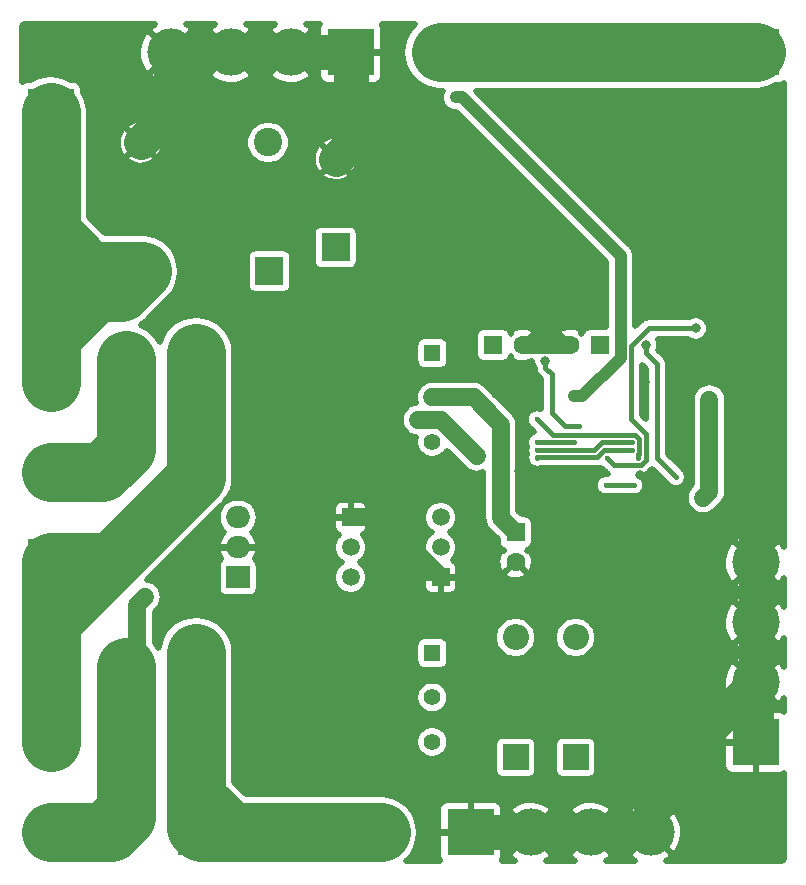
<source format=gbr>
G04 #@! TF.GenerationSoftware,KiCad,Pcbnew,(5.1.5)-3*
G04 #@! TF.CreationDate,2020-09-30T13:47:12-04:00*
G04 #@! TF.ProjectId,PowerSync,506f7765-7253-4796-9e63-2e6b69636164,rev?*
G04 #@! TF.SameCoordinates,Original*
G04 #@! TF.FileFunction,Copper,L2,Bot*
G04 #@! TF.FilePolarity,Positive*
%FSLAX46Y46*%
G04 Gerber Fmt 4.6, Leading zero omitted, Abs format (unit mm)*
G04 Created by KiCad (PCBNEW (5.1.5)-3) date 2020-09-30 13:47:12*
%MOMM*%
%LPD*%
G04 APERTURE LIST*
%ADD10C,1.600000*%
%ADD11R,1.600000X1.600000*%
%ADD12R,2.400000X2.400000*%
%ADD13C,2.400000*%
%ADD14O,2.200000X2.200000*%
%ADD15R,2.200000X2.200000*%
%ADD16C,4.000500*%
%ADD17R,3.500120X3.500120*%
%ADD18C,3.500120*%
%ADD19R,4.000500X4.000500*%
%ADD20R,1.400000X1.400000*%
%ADD21C,1.400000*%
%ADD22R,1.500000X1.500000*%
%ADD23C,1.500000*%
%ADD24R,2.000000X1.905000*%
%ADD25O,2.000000X1.905000*%
%ADD26C,0.800000*%
%ADD27C,0.400000*%
%ADD28C,5.000000*%
%ADD29C,2.000000*%
%ADD30C,0.400000*%
%ADD31C,1.000000*%
%ADD32C,1.500000*%
%ADD33C,0.488000*%
%ADD34C,3.000000*%
G04 APERTURE END LIST*
D10*
X89702000Y-67945000D03*
D11*
X92202000Y-67945000D03*
X83185000Y-67945000D03*
D10*
X85685000Y-67945000D03*
D12*
X69850000Y-59690000D03*
D13*
X69850000Y-52190000D03*
D11*
X85090000Y-83820000D03*
D10*
X85090000Y-86320000D03*
D14*
X85090000Y-92710000D03*
D15*
X85090000Y-102870000D03*
X90170000Y-102870000D03*
D14*
X90170000Y-92710000D03*
D16*
X45720000Y-78740000D03*
X45720000Y-71120000D03*
D17*
X45720000Y-109220000D03*
D18*
X50800000Y-109220000D03*
X78740000Y-43180000D03*
D17*
X83820000Y-43180000D03*
D19*
X71120000Y-43180000D03*
D16*
X66040000Y-43180000D03*
X60960000Y-43180000D03*
X55880000Y-43180000D03*
D19*
X45720000Y-86360000D03*
D16*
X45720000Y-91440000D03*
X45720000Y-96520000D03*
X45720000Y-101600000D03*
X45720000Y-63500000D03*
X45720000Y-58420000D03*
X45720000Y-53340000D03*
D19*
X45720000Y-48260000D03*
D16*
X73660000Y-109220000D03*
X68580000Y-109220000D03*
X63500000Y-109220000D03*
D19*
X58420000Y-109220000D03*
X105410000Y-43180000D03*
D16*
X100330000Y-43180000D03*
X95250000Y-43180000D03*
X90170000Y-43180000D03*
D19*
X81280000Y-109220000D03*
D16*
X86360000Y-109220000D03*
X91440000Y-109220000D03*
X96520000Y-109220000D03*
X105410000Y-86360000D03*
X105410000Y-91440000D03*
X105410000Y-96520000D03*
D19*
X105410000Y-101600000D03*
D20*
X78040000Y-94040000D03*
D21*
X78040000Y-101540000D03*
X58040000Y-94040000D03*
X53040000Y-94040000D03*
X58040000Y-101540000D03*
X53040000Y-101540000D03*
X78040000Y-97790000D03*
X78040000Y-72390000D03*
X53040000Y-76140000D03*
X58040000Y-76140000D03*
X53040000Y-68640000D03*
X58040000Y-68640000D03*
X78040000Y-76140000D03*
D20*
X78040000Y-68640000D03*
D22*
X71120000Y-82550000D03*
D23*
X71120000Y-87630000D03*
X71120000Y-85090000D03*
X78740000Y-85090000D03*
X78740000Y-82550000D03*
D22*
X78740000Y-87630000D03*
D24*
X61595000Y-87630000D03*
D25*
X61595000Y-85090000D03*
X61595000Y-82550000D03*
D13*
X53340000Y-50800000D03*
X53340000Y-61700000D03*
D12*
X64240000Y-61700000D03*
D13*
X64140000Y-50800000D03*
D26*
X90043000Y-72263000D03*
D27*
X95478600Y-77482700D03*
X86906100Y-76200000D03*
X86918800Y-77495400D03*
X86918800Y-76860400D03*
X94907100Y-76847700D03*
X94907100Y-76200000D03*
X94894400Y-74244200D03*
X92811600Y-77495400D03*
D26*
X81788000Y-77343000D03*
X83439000Y-74295000D03*
X81280000Y-64770000D03*
X80010000Y-46990000D03*
X94043500Y-64262000D03*
X97733500Y-82733500D03*
X100965000Y-82931000D03*
X85369400Y-78651100D03*
X83447200Y-72118800D03*
X95618300Y-78981300D03*
X80690100Y-52190000D03*
X89224500Y-52190000D03*
X96005000Y-52190000D03*
X98653600Y-54838600D03*
X100844350Y-57029350D03*
X104101900Y-60286900D03*
X105224990Y-64904210D03*
X105224990Y-70060410D03*
X87630000Y-94361000D03*
X87630000Y-101219000D03*
X74295000Y-89789000D03*
X77216000Y-79756000D03*
X99187000Y-75184000D03*
X76327000Y-68453000D03*
X96021000Y-71120000D03*
X81788000Y-79121000D03*
X80391000Y-82169000D03*
X53721000Y-89281000D03*
X76835000Y-74295000D03*
X96130000Y-67945000D03*
D27*
X97078800Y-75552300D03*
X98653600Y-79121000D03*
D26*
X100965000Y-80890000D03*
X101499223Y-72594023D03*
X87617300Y-69303900D03*
D27*
X95123000Y-79832200D03*
X90424000Y-74803000D03*
X92710000Y-79819500D03*
X86880700Y-74244200D03*
X90068400Y-76200000D03*
D26*
X100330000Y-66548000D03*
D28*
X78740000Y-43180000D02*
X105410000Y-43180000D01*
X51330000Y-61700000D02*
X45720000Y-67310000D01*
X45720000Y-67310000D02*
X45720000Y-63500000D01*
X53440000Y-61700000D02*
X51330000Y-61700000D01*
X45720000Y-68580000D02*
X45720000Y-67310000D01*
X45720000Y-71120000D02*
X45720000Y-68580000D01*
X45720000Y-48260000D02*
X45720000Y-63500000D01*
X49000000Y-61700000D02*
X45720000Y-58420000D01*
X53440000Y-61700000D02*
X49000000Y-61700000D01*
X51640000Y-63500000D02*
X53440000Y-61700000D01*
X45720000Y-63500000D02*
X51640000Y-63500000D01*
X52070000Y-69215000D02*
X52070000Y-76715000D01*
X45720000Y-78740000D02*
X50045000Y-78740000D01*
X50045000Y-78740000D02*
X52070000Y-76715000D01*
X45720000Y-86360000D02*
X50800000Y-86360000D01*
X50800000Y-86360000D02*
X45720000Y-91440000D01*
X58040000Y-79120000D02*
X58040000Y-77129949D01*
X58040000Y-77129949D02*
X58040000Y-76140000D01*
X50800000Y-86360000D02*
X58040000Y-79120000D01*
X58040000Y-68640000D02*
X58040000Y-76140000D01*
X45720000Y-86360000D02*
X45720000Y-101600000D01*
X58040000Y-106300000D02*
X60960000Y-109220000D01*
X58040000Y-101540000D02*
X58040000Y-106300000D01*
X58420000Y-109220000D02*
X60960000Y-109220000D01*
X60960000Y-109220000D02*
X73660000Y-109220000D01*
X58040000Y-108840000D02*
X58420000Y-109220000D01*
X58040000Y-94040000D02*
X58040000Y-108840000D01*
X50800000Y-109220000D02*
X52070000Y-107950000D01*
X45720000Y-109220000D02*
X50800000Y-109220000D01*
X52070000Y-107950000D02*
X52070000Y-103505000D01*
D29*
X52070000Y-105344958D02*
X52070000Y-103505000D01*
X45720000Y-109220000D02*
X48194958Y-109220000D01*
D28*
X52070000Y-103505000D02*
X52070000Y-95250000D01*
D29*
X48194958Y-109220000D02*
X52070000Y-105344958D01*
D30*
X95094399Y-74444199D02*
X94894400Y-74244200D01*
X96107111Y-75456911D02*
X95094399Y-74444199D01*
X96107111Y-77702731D02*
X96107111Y-75456911D01*
X95727132Y-78082710D02*
X96107111Y-77702731D01*
D31*
X80585000Y-46990000D02*
X93980000Y-60385000D01*
X80010000Y-46990000D02*
X80585000Y-46990000D01*
X90608685Y-72263000D02*
X90043000Y-72263000D01*
X93980000Y-69027002D02*
X90744002Y-72263000D01*
X90744002Y-72263000D02*
X90608685Y-72263000D01*
X93980000Y-60385000D02*
X93980000Y-69027002D01*
D32*
X73660000Y-82550000D02*
X78740000Y-87630000D01*
X71120000Y-82550000D02*
X73660000Y-82550000D01*
X85685000Y-67945000D02*
X89702000Y-67945000D01*
D30*
X100767500Y-82733500D02*
X100965000Y-82931000D01*
X97733500Y-82733500D02*
X100767500Y-82733500D01*
X105370000Y-86320000D02*
X105410000Y-86360000D01*
D33*
X85369400Y-78085415D02*
X85369400Y-78651100D01*
X85369400Y-73475315D02*
X85369400Y-78085415D01*
X84012885Y-72118800D02*
X85369400Y-73475315D01*
X83447200Y-72118800D02*
X84012885Y-72118800D01*
D30*
X96850200Y-78981300D02*
X95618300Y-78981300D01*
X97733500Y-82733500D02*
X97733500Y-79864600D01*
X97733500Y-79864600D02*
X96850200Y-78981300D01*
D34*
X55880000Y-48260000D02*
X53340000Y-50800000D01*
X55880000Y-43180000D02*
X55880000Y-48260000D01*
X71120000Y-50920000D02*
X69850000Y-52190000D01*
X71120000Y-43180000D02*
X71120000Y-50920000D01*
X105410000Y-86360000D02*
X105410000Y-101600000D01*
X105410000Y-70245420D02*
X105224990Y-70060410D01*
X105410000Y-86360000D02*
X105410000Y-70245420D01*
X81280000Y-109220000D02*
X91440000Y-109220000D01*
X91440000Y-109220000D02*
X96520000Y-109220000D01*
X96520000Y-105410000D02*
X105410000Y-96520000D01*
X96520000Y-109220000D02*
X96520000Y-105410000D01*
X55880000Y-43180000D02*
X66040000Y-43180000D01*
X66040000Y-43180000D02*
X71120000Y-43180000D01*
D32*
X85685000Y-67945000D02*
X88256402Y-67945000D01*
X53040000Y-89962000D02*
X53721000Y-89281000D01*
X53040000Y-94040000D02*
X53040000Y-89962000D01*
X78740000Y-74295000D02*
X81788000Y-77343000D01*
X76835000Y-74295000D02*
X78740000Y-74295000D01*
D30*
X94624258Y-76847700D02*
X94907100Y-76847700D01*
X91958597Y-77460401D02*
X92571298Y-76847700D01*
X92571298Y-76847700D02*
X94624258Y-76847700D01*
X86928399Y-77460401D02*
X91958597Y-77460401D01*
X86918800Y-77470000D02*
X86928399Y-77460401D01*
X86918800Y-77495400D02*
X86918800Y-77470000D01*
X96130000Y-68645000D02*
X97078800Y-69593800D01*
X96130000Y-67945000D02*
X96130000Y-68645000D01*
X97078800Y-69593800D02*
X97078800Y-75552300D01*
X97078800Y-75552300D02*
X97078800Y-75552300D01*
X97078800Y-77546200D02*
X97078800Y-75552300D01*
X98653600Y-79121000D02*
X97078800Y-77546200D01*
D32*
X81534000Y-72390000D02*
X83439000Y-74295000D01*
X78040000Y-72390000D02*
X81534000Y-72390000D01*
X83838999Y-74694999D02*
X83838999Y-82594501D01*
X83439000Y-74295000D02*
X83838999Y-74694999D01*
X85064498Y-83820000D02*
X85090000Y-83820000D01*
X83838999Y-82594501D02*
X85064498Y-83820000D01*
X101499223Y-80355777D02*
X100965000Y-80890000D01*
X101499223Y-72594023D02*
X101499223Y-80355777D01*
D30*
X95123000Y-79832200D02*
X94840158Y-79832200D01*
X88176100Y-73698100D02*
X89281000Y-74803000D01*
X89281000Y-74803000D02*
X90424000Y-74803000D01*
X88176100Y-70428385D02*
X88176100Y-73698100D01*
X87617300Y-69303900D02*
X87617300Y-69869585D01*
X87617300Y-69869585D02*
X88176100Y-70428385D01*
X93005542Y-79832200D02*
X94840158Y-79832200D01*
X92992842Y-79819500D02*
X93005542Y-79832200D01*
X92710000Y-79819500D02*
X92992842Y-79819500D01*
X86918800Y-76860400D02*
X91710056Y-76860400D01*
X92370456Y-76200000D02*
X94907100Y-76200000D01*
X91710056Y-76860400D02*
X92370456Y-76200000D01*
X95507101Y-75911999D02*
X95195092Y-75599990D01*
X95507101Y-77171357D02*
X95507101Y-75911999D01*
X95478600Y-77482700D02*
X95478600Y-77199858D01*
X95478600Y-77199858D02*
X95507101Y-77171357D01*
X95195092Y-75599990D02*
X90316932Y-75599990D01*
X90316932Y-75599990D02*
X88236490Y-75599990D01*
X88236490Y-75599990D02*
X86880700Y-74244200D01*
X86880700Y-74244200D02*
X86880700Y-74244200D01*
X86906100Y-76200000D02*
X90068400Y-76200000D01*
X90068400Y-76200000D02*
X90068400Y-76200000D01*
X92811600Y-77495400D02*
X93398910Y-78082710D01*
X93398910Y-78082710D02*
X95727132Y-78082710D01*
X94894400Y-67996598D02*
X96342998Y-66548000D01*
X94894400Y-74244200D02*
X94894400Y-67996598D01*
X96342998Y-66548000D02*
X100330000Y-66548000D01*
X100330000Y-66548000D02*
X100330000Y-66548000D01*
D33*
G36*
X54434084Y-40831961D02*
G01*
X54264023Y-40945592D01*
X54065903Y-41357417D01*
X55880000Y-43171515D01*
X57694097Y-41357417D01*
X57495977Y-40945592D01*
X57181171Y-40762000D01*
X59657528Y-40762000D01*
X59514084Y-40831961D01*
X59344023Y-40945592D01*
X59145903Y-41357417D01*
X60960000Y-43171515D01*
X62774097Y-41357417D01*
X62575977Y-40945592D01*
X62261171Y-40762000D01*
X64737528Y-40762000D01*
X64594084Y-40831961D01*
X64424023Y-40945592D01*
X64225903Y-41357417D01*
X66040000Y-43171515D01*
X67854097Y-41357417D01*
X67655977Y-40945592D01*
X67341171Y-40762000D01*
X68500118Y-40762000D01*
X68498143Y-40764406D01*
X68429058Y-40893656D01*
X68386515Y-41033900D01*
X68372150Y-41179750D01*
X68373209Y-41711890D01*
X68274408Y-41564023D01*
X67862583Y-41365903D01*
X66048485Y-43180000D01*
X67862583Y-44994097D01*
X68274408Y-44795977D01*
X68373252Y-44626488D01*
X68372150Y-45180250D01*
X68386515Y-45326100D01*
X68429058Y-45466344D01*
X68498143Y-45595594D01*
X68591117Y-45708883D01*
X68704406Y-45801857D01*
X68833656Y-45870942D01*
X68973900Y-45913485D01*
X69119750Y-45927850D01*
X70928000Y-45924250D01*
X71114000Y-45738250D01*
X71114000Y-43186000D01*
X71126000Y-43186000D01*
X71126000Y-45738250D01*
X71312000Y-45924250D01*
X73120250Y-45927850D01*
X73266100Y-45913485D01*
X73406344Y-45870942D01*
X73535594Y-45801857D01*
X73648883Y-45708883D01*
X73741857Y-45595594D01*
X73810942Y-45466344D01*
X73853485Y-45326100D01*
X73867850Y-45180250D01*
X73864250Y-43372000D01*
X73678250Y-43186000D01*
X71126000Y-43186000D01*
X71114000Y-43186000D01*
X71094000Y-43186000D01*
X71094000Y-43174000D01*
X71114000Y-43174000D01*
X71114000Y-43154000D01*
X71126000Y-43154000D01*
X71126000Y-43174000D01*
X73678250Y-43174000D01*
X73864250Y-42988000D01*
X73867850Y-41179750D01*
X73853485Y-41033900D01*
X73810942Y-40893656D01*
X73741857Y-40764406D01*
X73739882Y-40762000D01*
X76591710Y-40762000D01*
X76443573Y-40883573D01*
X76039688Y-41375709D01*
X75739574Y-41937183D01*
X75554764Y-42546417D01*
X75492362Y-43180000D01*
X75554764Y-43813583D01*
X75739574Y-44422817D01*
X76039688Y-44984291D01*
X76443573Y-45476427D01*
X76935709Y-45880312D01*
X77497183Y-46180426D01*
X78106417Y-46365236D01*
X78581224Y-46412000D01*
X78921997Y-46412000D01*
X78866273Y-46516253D01*
X78795826Y-46748486D01*
X78772039Y-46990000D01*
X78795826Y-47231514D01*
X78866273Y-47463747D01*
X78980673Y-47677774D01*
X79134629Y-47865371D01*
X79322226Y-48019327D01*
X79536253Y-48133727D01*
X79768486Y-48204174D01*
X79949477Y-48222000D01*
X80074690Y-48222000D01*
X92748000Y-60895312D01*
X92748001Y-66409459D01*
X91402000Y-66409459D01*
X91258503Y-66423592D01*
X91120521Y-66465449D01*
X90993355Y-66533420D01*
X90881894Y-66624894D01*
X90790420Y-66736355D01*
X90722449Y-66863521D01*
X90699570Y-66938942D01*
X90663282Y-66975230D01*
X90609070Y-66686317D01*
X90346084Y-66533541D01*
X90058346Y-66435007D01*
X89756915Y-66394502D01*
X89453372Y-66413581D01*
X89159385Y-66491512D01*
X88886249Y-66625300D01*
X88794930Y-66686317D01*
X88740718Y-66975233D01*
X89702000Y-67936515D01*
X89716143Y-67922373D01*
X89724628Y-67930858D01*
X89710485Y-67945000D01*
X89724628Y-67959143D01*
X89716143Y-67967628D01*
X89702000Y-67953485D01*
X89687858Y-67967628D01*
X89679373Y-67959143D01*
X89693515Y-67945000D01*
X88732233Y-66983718D01*
X88443317Y-67037930D01*
X88290541Y-67300916D01*
X88192007Y-67588654D01*
X88151502Y-67890085D01*
X88170581Y-68193628D01*
X88208761Y-68337657D01*
X88153503Y-68300735D01*
X87947492Y-68215402D01*
X87728792Y-68171900D01*
X87505808Y-68171900D01*
X87287108Y-68215402D01*
X87201793Y-68250741D01*
X87235498Y-67999915D01*
X87216419Y-67696372D01*
X87138488Y-67402385D01*
X87004700Y-67129249D01*
X86943683Y-67037930D01*
X86654767Y-66983718D01*
X85693485Y-67945000D01*
X85707628Y-67959143D01*
X85699143Y-67967628D01*
X85685000Y-67953485D01*
X85670858Y-67967628D01*
X85662373Y-67959143D01*
X85676515Y-67945000D01*
X85662373Y-67930858D01*
X85670858Y-67922373D01*
X85685000Y-67936515D01*
X86646282Y-66975233D01*
X86592070Y-66686317D01*
X86329084Y-66533541D01*
X86041346Y-66435007D01*
X85739915Y-66394502D01*
X85436372Y-66413581D01*
X85142385Y-66491512D01*
X84869249Y-66625300D01*
X84777930Y-66686317D01*
X84723718Y-66975230D01*
X84687430Y-66938942D01*
X84664551Y-66863521D01*
X84596580Y-66736355D01*
X84505106Y-66624894D01*
X84393645Y-66533420D01*
X84266479Y-66465449D01*
X84128497Y-66423592D01*
X83985000Y-66409459D01*
X82385000Y-66409459D01*
X82241503Y-66423592D01*
X82103521Y-66465449D01*
X81976355Y-66533420D01*
X81864894Y-66624894D01*
X81773420Y-66736355D01*
X81705449Y-66863521D01*
X81663592Y-67001503D01*
X81649459Y-67145000D01*
X81649459Y-68745000D01*
X81663592Y-68888497D01*
X81705449Y-69026479D01*
X81773420Y-69153645D01*
X81864894Y-69265106D01*
X81976355Y-69356580D01*
X82103521Y-69424551D01*
X82241503Y-69466408D01*
X82385000Y-69480541D01*
X83985000Y-69480541D01*
X84128497Y-69466408D01*
X84266479Y-69424551D01*
X84393645Y-69356580D01*
X84505106Y-69265106D01*
X84596580Y-69153645D01*
X84664551Y-69026479D01*
X84687430Y-68951058D01*
X84723718Y-68914770D01*
X84777930Y-69203683D01*
X85040916Y-69356459D01*
X85328654Y-69454993D01*
X85630085Y-69495498D01*
X85933628Y-69476419D01*
X86227615Y-69398488D01*
X86485300Y-69272268D01*
X86485300Y-69415392D01*
X86528802Y-69634092D01*
X86614135Y-69840103D01*
X86688909Y-69952011D01*
X86698786Y-70052289D01*
X86752079Y-70227971D01*
X86838622Y-70389882D01*
X86955089Y-70531797D01*
X86990651Y-70560982D01*
X87244100Y-70814431D01*
X87244101Y-73381659D01*
X87239086Y-73378979D01*
X87195074Y-73365628D01*
X87152555Y-73348016D01*
X87107420Y-73339038D01*
X87063404Y-73325686D01*
X87017626Y-73321177D01*
X86972494Y-73312200D01*
X86926480Y-73312200D01*
X86880700Y-73307691D01*
X86834920Y-73312200D01*
X86788906Y-73312200D01*
X86743774Y-73321177D01*
X86697996Y-73325686D01*
X86653980Y-73339038D01*
X86608845Y-73348016D01*
X86566326Y-73365628D01*
X86522314Y-73378979D01*
X86481751Y-73400660D01*
X86439232Y-73418272D01*
X86400970Y-73443838D01*
X86360403Y-73465521D01*
X86324845Y-73494703D01*
X86286584Y-73520268D01*
X86254046Y-73552806D01*
X86218488Y-73581988D01*
X86189307Y-73617545D01*
X86156768Y-73650084D01*
X86131203Y-73688345D01*
X86102021Y-73723903D01*
X86080338Y-73764470D01*
X86054772Y-73802732D01*
X86037160Y-73845251D01*
X86015479Y-73885814D01*
X86002128Y-73929826D01*
X85984516Y-73972345D01*
X85975538Y-74017480D01*
X85962186Y-74061496D01*
X85957677Y-74107274D01*
X85948700Y-74152406D01*
X85948700Y-74198420D01*
X85944191Y-74244200D01*
X85948700Y-74289979D01*
X85948700Y-74335994D01*
X85957677Y-74381126D01*
X85962186Y-74426904D01*
X85975538Y-74470920D01*
X85984516Y-74516055D01*
X86002128Y-74558574D01*
X86015479Y-74602586D01*
X86037160Y-74643149D01*
X86054772Y-74685668D01*
X86080338Y-74723930D01*
X86102021Y-74764497D01*
X86131203Y-74800055D01*
X86156768Y-74838316D01*
X86189307Y-74870855D01*
X86218488Y-74906412D01*
X86254045Y-74935593D01*
X86286584Y-74968132D01*
X86286590Y-74968136D01*
X86625777Y-75307323D01*
X86591726Y-75321428D01*
X86547714Y-75334779D01*
X86507151Y-75356460D01*
X86464632Y-75374072D01*
X86426370Y-75399638D01*
X86385803Y-75421321D01*
X86350245Y-75450503D01*
X86311984Y-75476068D01*
X86279447Y-75508605D01*
X86243888Y-75537788D01*
X86214707Y-75573345D01*
X86182168Y-75605884D01*
X86156603Y-75644145D01*
X86127421Y-75679703D01*
X86105738Y-75720270D01*
X86080172Y-75758532D01*
X86062560Y-75801051D01*
X86040879Y-75841614D01*
X86027528Y-75885626D01*
X86009916Y-75928145D01*
X86000938Y-75973280D01*
X85987586Y-76017296D01*
X85983077Y-76063074D01*
X85974100Y-76108206D01*
X85974100Y-76154220D01*
X85969591Y-76200000D01*
X85974100Y-76245780D01*
X85974100Y-76291794D01*
X85983077Y-76336926D01*
X85987586Y-76382704D01*
X86000938Y-76426720D01*
X86009916Y-76471855D01*
X86027528Y-76514374D01*
X86038439Y-76550344D01*
X86022616Y-76588545D01*
X86013638Y-76633680D01*
X86000286Y-76677696D01*
X85995777Y-76723474D01*
X85986800Y-76768606D01*
X85986800Y-76814620D01*
X85982291Y-76860400D01*
X85986800Y-76906180D01*
X85986800Y-76952194D01*
X85995777Y-76997326D01*
X86000286Y-77043104D01*
X86013638Y-77087120D01*
X86022616Y-77132255D01*
X86036875Y-77166679D01*
X86010900Y-77252307D01*
X86000286Y-77287297D01*
X85990822Y-77383387D01*
X85986800Y-77403606D01*
X85986800Y-77424220D01*
X85982291Y-77470000D01*
X85986800Y-77515780D01*
X85986800Y-77587194D01*
X85995777Y-77632327D01*
X86000286Y-77678103D01*
X86013638Y-77722117D01*
X86022616Y-77767255D01*
X86040229Y-77809777D01*
X86053579Y-77853785D01*
X86075258Y-77894344D01*
X86092872Y-77936868D01*
X86118440Y-77975134D01*
X86140121Y-78015696D01*
X86169300Y-78051251D01*
X86194868Y-78089516D01*
X86227408Y-78122056D01*
X86256588Y-78157612D01*
X86292145Y-78186793D01*
X86324684Y-78219332D01*
X86362945Y-78244897D01*
X86398503Y-78274079D01*
X86439070Y-78295762D01*
X86477332Y-78321328D01*
X86519851Y-78338940D01*
X86560414Y-78360621D01*
X86604426Y-78373972D01*
X86646945Y-78391584D01*
X86692080Y-78400562D01*
X86736096Y-78413914D01*
X86781874Y-78418423D01*
X86827006Y-78427400D01*
X86873020Y-78427400D01*
X86918800Y-78431909D01*
X86964580Y-78427400D01*
X87010594Y-78427400D01*
X87055727Y-78418423D01*
X87101503Y-78413914D01*
X87145517Y-78400562D01*
X87186548Y-78392401D01*
X91912817Y-78392401D01*
X91958597Y-78396910D01*
X92004377Y-78392401D01*
X92141301Y-78378915D01*
X92316983Y-78325622D01*
X92321410Y-78323256D01*
X92707512Y-78709359D01*
X92736698Y-78744922D01*
X92878613Y-78861389D01*
X92927464Y-78887500D01*
X92618206Y-78887500D01*
X92573074Y-78896477D01*
X92527296Y-78900986D01*
X92483280Y-78914338D01*
X92438145Y-78923316D01*
X92395626Y-78940928D01*
X92351614Y-78954279D01*
X92311051Y-78975960D01*
X92268532Y-78993572D01*
X92230270Y-79019138D01*
X92189703Y-79040821D01*
X92154145Y-79070003D01*
X92115884Y-79095568D01*
X92083346Y-79128106D01*
X92047788Y-79157288D01*
X92018607Y-79192845D01*
X91986068Y-79225384D01*
X91960503Y-79263645D01*
X91931321Y-79299203D01*
X91909638Y-79339770D01*
X91884072Y-79378032D01*
X91866460Y-79420551D01*
X91844779Y-79461114D01*
X91831428Y-79505126D01*
X91813816Y-79547645D01*
X91804838Y-79592780D01*
X91791486Y-79636796D01*
X91786977Y-79682574D01*
X91778000Y-79727706D01*
X91778000Y-79773720D01*
X91773491Y-79819500D01*
X91778000Y-79865280D01*
X91778000Y-79911294D01*
X91786977Y-79956426D01*
X91791486Y-80002204D01*
X91804838Y-80046220D01*
X91813816Y-80091355D01*
X91831428Y-80133874D01*
X91844779Y-80177886D01*
X91866460Y-80218449D01*
X91884072Y-80260968D01*
X91909638Y-80299230D01*
X91931321Y-80339797D01*
X91960503Y-80375355D01*
X91986068Y-80413616D01*
X92018607Y-80446155D01*
X92047788Y-80481712D01*
X92083345Y-80510893D01*
X92115884Y-80543432D01*
X92154145Y-80568997D01*
X92189703Y-80598179D01*
X92230270Y-80619862D01*
X92268532Y-80645428D01*
X92311051Y-80663040D01*
X92351614Y-80684721D01*
X92395626Y-80698072D01*
X92438145Y-80715684D01*
X92483280Y-80724662D01*
X92527296Y-80738014D01*
X92573074Y-80742523D01*
X92618206Y-80751500D01*
X92830810Y-80751500D01*
X93005542Y-80768709D01*
X93051325Y-80764200D01*
X95214794Y-80764200D01*
X95259926Y-80755223D01*
X95305704Y-80750714D01*
X95349720Y-80737362D01*
X95394855Y-80728384D01*
X95437374Y-80710772D01*
X95481386Y-80697421D01*
X95521949Y-80675740D01*
X95564468Y-80658128D01*
X95602730Y-80632562D01*
X95643297Y-80610879D01*
X95678855Y-80581697D01*
X95717116Y-80556132D01*
X95749655Y-80523593D01*
X95785212Y-80494412D01*
X95814393Y-80458855D01*
X95846932Y-80426316D01*
X95872497Y-80388055D01*
X95901679Y-80352497D01*
X95923362Y-80311930D01*
X95948928Y-80273668D01*
X95966540Y-80231149D01*
X95988221Y-80190586D01*
X96001572Y-80146574D01*
X96019184Y-80104055D01*
X96028162Y-80058920D01*
X96041514Y-80014904D01*
X96046023Y-79969126D01*
X96055000Y-79923994D01*
X96055000Y-79877980D01*
X96059509Y-79832200D01*
X96055000Y-79786420D01*
X96055000Y-79740406D01*
X96046023Y-79695274D01*
X96041514Y-79649496D01*
X96028162Y-79605480D01*
X96019184Y-79560345D01*
X96001572Y-79517826D01*
X95988221Y-79473814D01*
X95966540Y-79433251D01*
X95948928Y-79390732D01*
X95923362Y-79352470D01*
X95901679Y-79311903D01*
X95872497Y-79276345D01*
X95846932Y-79238084D01*
X95814393Y-79205545D01*
X95785212Y-79169988D01*
X95749655Y-79140807D01*
X95717116Y-79108268D01*
X95678855Y-79082703D01*
X95643297Y-79053521D01*
X95602730Y-79031838D01*
X95577096Y-79014710D01*
X95681352Y-79014710D01*
X95727132Y-79019219D01*
X95772912Y-79014710D01*
X95909836Y-79001224D01*
X96085518Y-78947931D01*
X96247429Y-78861389D01*
X96389344Y-78744922D01*
X96418534Y-78709354D01*
X96671221Y-78456667D01*
X97929666Y-79715113D01*
X97929668Y-79715116D01*
X98059484Y-79844932D01*
X98097749Y-79870500D01*
X98133304Y-79899679D01*
X98173868Y-79921361D01*
X98212132Y-79946928D01*
X98254649Y-79964539D01*
X98295213Y-79986221D01*
X98339230Y-79999574D01*
X98381745Y-80017184D01*
X98426872Y-80026160D01*
X98470896Y-80039515D01*
X98516682Y-80044024D01*
X98561806Y-80053000D01*
X98607817Y-80053000D01*
X98653600Y-80057509D01*
X98699383Y-80053000D01*
X98745394Y-80053000D01*
X98790518Y-80044024D01*
X98836304Y-80039515D01*
X98880327Y-80026160D01*
X98925455Y-80017184D01*
X98967972Y-79999573D01*
X99011986Y-79986221D01*
X99052548Y-79964540D01*
X99095068Y-79946928D01*
X99133333Y-79921360D01*
X99173896Y-79899679D01*
X99209451Y-79870500D01*
X99247716Y-79844932D01*
X99280256Y-79812392D01*
X99315812Y-79783212D01*
X99344992Y-79747656D01*
X99377532Y-79715116D01*
X99403100Y-79676851D01*
X99432279Y-79641296D01*
X99453960Y-79600733D01*
X99479528Y-79562468D01*
X99497140Y-79519948D01*
X99518821Y-79479386D01*
X99532173Y-79435372D01*
X99549784Y-79392855D01*
X99558760Y-79347727D01*
X99572115Y-79303704D01*
X99576624Y-79257918D01*
X99585600Y-79212794D01*
X99585600Y-79166783D01*
X99590109Y-79121000D01*
X99585600Y-79075217D01*
X99585600Y-79029206D01*
X99576624Y-78984082D01*
X99572115Y-78938296D01*
X99558760Y-78894272D01*
X99549784Y-78849145D01*
X99532174Y-78806630D01*
X99518821Y-78762613D01*
X99497139Y-78722049D01*
X99479528Y-78679532D01*
X99453961Y-78641268D01*
X99432279Y-78600704D01*
X99403100Y-78565149D01*
X99377532Y-78526884D01*
X99247716Y-78397068D01*
X99247713Y-78397066D01*
X98010800Y-77160154D01*
X98010800Y-75598080D01*
X98015309Y-75552300D01*
X98010800Y-75506520D01*
X98010800Y-69639580D01*
X98015309Y-69593800D01*
X97997314Y-69411096D01*
X97987363Y-69378292D01*
X97944021Y-69235414D01*
X97857479Y-69073503D01*
X97741012Y-68931588D01*
X97705450Y-68902403D01*
X97177417Y-68374370D01*
X97218498Y-68275192D01*
X97262000Y-68056492D01*
X97262000Y-67833508D01*
X97218498Y-67614808D01*
X97162658Y-67480000D01*
X99687290Y-67480000D01*
X99793797Y-67551165D01*
X99999808Y-67636498D01*
X100218508Y-67680000D01*
X100441492Y-67680000D01*
X100660192Y-67636498D01*
X100866203Y-67551165D01*
X101051608Y-67427282D01*
X101209282Y-67269608D01*
X101333165Y-67084203D01*
X101418498Y-66878192D01*
X101462000Y-66659492D01*
X101462000Y-66436508D01*
X101418498Y-66217808D01*
X101333165Y-66011797D01*
X101209282Y-65826392D01*
X101051608Y-65668718D01*
X100866203Y-65544835D01*
X100660192Y-65459502D01*
X100441492Y-65416000D01*
X100218508Y-65416000D01*
X99999808Y-65459502D01*
X99793797Y-65544835D01*
X99687290Y-65616000D01*
X96388778Y-65616000D01*
X96342998Y-65611491D01*
X96297218Y-65616000D01*
X96160294Y-65629486D01*
X95984612Y-65682779D01*
X95822701Y-65769321D01*
X95680786Y-65885788D01*
X95651600Y-65921351D01*
X95212000Y-66360951D01*
X95212000Y-60445521D01*
X95217961Y-60385000D01*
X95211043Y-60314764D01*
X95194174Y-60143486D01*
X95144549Y-59979894D01*
X95123727Y-59911252D01*
X95009327Y-59697225D01*
X94893952Y-59556640D01*
X94893950Y-59556638D01*
X94855371Y-59509629D01*
X94808363Y-59471051D01*
X81749310Y-46412000D01*
X105568776Y-46412000D01*
X106043583Y-46365236D01*
X106652817Y-46180426D01*
X107147914Y-45915791D01*
X107410250Y-45915791D01*
X107553747Y-45901658D01*
X107691729Y-45859801D01*
X107818895Y-45791830D01*
X107828000Y-45784358D01*
X107828001Y-85057529D01*
X107758039Y-84914084D01*
X107644408Y-84744023D01*
X107232583Y-84545903D01*
X105418485Y-86360000D01*
X107232583Y-88174097D01*
X107644408Y-87975977D01*
X107828001Y-87661170D01*
X107828001Y-90137529D01*
X107758039Y-89994084D01*
X107644408Y-89824023D01*
X107232583Y-89625903D01*
X105418485Y-91440000D01*
X107232583Y-93254097D01*
X107644408Y-93055977D01*
X107828001Y-92741170D01*
X107828001Y-95217529D01*
X107758039Y-95074084D01*
X107644408Y-94904023D01*
X107232583Y-94705903D01*
X105418485Y-96520000D01*
X107232583Y-98334097D01*
X107644408Y-98135977D01*
X107828001Y-97821170D01*
X107828001Y-98980118D01*
X107825594Y-98978143D01*
X107696344Y-98909058D01*
X107556100Y-98866515D01*
X107410250Y-98852150D01*
X106878110Y-98853209D01*
X107025977Y-98754408D01*
X107224097Y-98342583D01*
X105410000Y-96528485D01*
X103595903Y-98342583D01*
X103794023Y-98754408D01*
X103963512Y-98853252D01*
X103409750Y-98852150D01*
X103263900Y-98866515D01*
X103123656Y-98909058D01*
X102994406Y-98978143D01*
X102881117Y-99071117D01*
X102788143Y-99184406D01*
X102719058Y-99313656D01*
X102676515Y-99453900D01*
X102662150Y-99599750D01*
X102665750Y-101408000D01*
X102851750Y-101594000D01*
X105404000Y-101594000D01*
X105404000Y-101574000D01*
X105416000Y-101574000D01*
X105416000Y-101594000D01*
X105436000Y-101594000D01*
X105436000Y-101606000D01*
X105416000Y-101606000D01*
X105416000Y-104158250D01*
X105602000Y-104344250D01*
X107410250Y-104347850D01*
X107556100Y-104333485D01*
X107696344Y-104290942D01*
X107825594Y-104221857D01*
X107828001Y-104219882D01*
X107828001Y-111446440D01*
X107636441Y-111638000D01*
X97822472Y-111638000D01*
X97965916Y-111568039D01*
X98135977Y-111454408D01*
X98334097Y-111042583D01*
X96520000Y-109228485D01*
X94705903Y-111042583D01*
X94904023Y-111454408D01*
X95218829Y-111638000D01*
X92742472Y-111638000D01*
X92885916Y-111568039D01*
X93055977Y-111454408D01*
X93254097Y-111042583D01*
X91440000Y-109228485D01*
X89625903Y-111042583D01*
X89824023Y-111454408D01*
X90138829Y-111638000D01*
X87662472Y-111638000D01*
X87805916Y-111568039D01*
X87975977Y-111454408D01*
X88174097Y-111042583D01*
X86360000Y-109228485D01*
X84545903Y-111042583D01*
X84744023Y-111454408D01*
X85058829Y-111638000D01*
X83899882Y-111638000D01*
X83901857Y-111635594D01*
X83970942Y-111506344D01*
X84013485Y-111366100D01*
X84027850Y-111220250D01*
X84026791Y-110688110D01*
X84125592Y-110835977D01*
X84537417Y-111034097D01*
X86351515Y-109220000D01*
X86368485Y-109220000D01*
X88182583Y-111034097D01*
X88594408Y-110835977D01*
X88866736Y-110369015D01*
X88900016Y-110272364D01*
X89091961Y-110665916D01*
X89205592Y-110835977D01*
X89617417Y-111034097D01*
X91431515Y-109220000D01*
X91448485Y-109220000D01*
X93262583Y-111034097D01*
X93674408Y-110835977D01*
X93946736Y-110369015D01*
X93980016Y-110272364D01*
X94171961Y-110665916D01*
X94285592Y-110835977D01*
X94697417Y-111034097D01*
X96511515Y-109220000D01*
X96528485Y-109220000D01*
X98342583Y-111034097D01*
X98754408Y-110835977D01*
X99026736Y-110369015D01*
X99202731Y-109857897D01*
X99275631Y-109322265D01*
X99242633Y-108782703D01*
X99105006Y-108259946D01*
X98868039Y-107774084D01*
X98754408Y-107604023D01*
X98342583Y-107405903D01*
X96528485Y-109220000D01*
X96511515Y-109220000D01*
X94697417Y-107405903D01*
X94285592Y-107604023D01*
X94013264Y-108070985D01*
X93979984Y-108167636D01*
X93788039Y-107774084D01*
X93674408Y-107604023D01*
X93262583Y-107405903D01*
X91448485Y-109220000D01*
X91431515Y-109220000D01*
X89617417Y-107405903D01*
X89205592Y-107604023D01*
X88933264Y-108070985D01*
X88899984Y-108167636D01*
X88708039Y-107774084D01*
X88594408Y-107604023D01*
X88182583Y-107405903D01*
X86368485Y-109220000D01*
X86351515Y-109220000D01*
X84537417Y-107405903D01*
X84125592Y-107604023D01*
X84026748Y-107773512D01*
X84027496Y-107397417D01*
X84545903Y-107397417D01*
X86360000Y-109211515D01*
X88174097Y-107397417D01*
X89625903Y-107397417D01*
X91440000Y-109211515D01*
X93254097Y-107397417D01*
X94705903Y-107397417D01*
X96520000Y-109211515D01*
X98334097Y-107397417D01*
X98135977Y-106985592D01*
X97669015Y-106713264D01*
X97157897Y-106537269D01*
X96622265Y-106464369D01*
X96082703Y-106497367D01*
X95559946Y-106634994D01*
X95074084Y-106871961D01*
X94904023Y-106985592D01*
X94705903Y-107397417D01*
X93254097Y-107397417D01*
X93055977Y-106985592D01*
X92589015Y-106713264D01*
X92077897Y-106537269D01*
X91542265Y-106464369D01*
X91002703Y-106497367D01*
X90479946Y-106634994D01*
X89994084Y-106871961D01*
X89824023Y-106985592D01*
X89625903Y-107397417D01*
X88174097Y-107397417D01*
X87975977Y-106985592D01*
X87509015Y-106713264D01*
X86997897Y-106537269D01*
X86462265Y-106464369D01*
X85922703Y-106497367D01*
X85399946Y-106634994D01*
X84914084Y-106871961D01*
X84744023Y-106985592D01*
X84545903Y-107397417D01*
X84027496Y-107397417D01*
X84027850Y-107219750D01*
X84013485Y-107073900D01*
X83970942Y-106933656D01*
X83901857Y-106804406D01*
X83808883Y-106691117D01*
X83695594Y-106598143D01*
X83566344Y-106529058D01*
X83426100Y-106486515D01*
X83280250Y-106472150D01*
X81472000Y-106475750D01*
X81286000Y-106661750D01*
X81286000Y-109214000D01*
X81306000Y-109214000D01*
X81306000Y-109226000D01*
X81286000Y-109226000D01*
X81286000Y-109246000D01*
X81274000Y-109246000D01*
X81274000Y-109226000D01*
X78721750Y-109226000D01*
X78535750Y-109412000D01*
X78532150Y-111220250D01*
X78546515Y-111366100D01*
X78589058Y-111506344D01*
X78658143Y-111635594D01*
X78660118Y-111638000D01*
X75808290Y-111638000D01*
X75956427Y-111516427D01*
X76360312Y-111024291D01*
X76660426Y-110462817D01*
X76845236Y-109853583D01*
X76907638Y-109220000D01*
X76845236Y-108586417D01*
X76660426Y-107977183D01*
X76360312Y-107415709D01*
X76199493Y-107219750D01*
X78532150Y-107219750D01*
X78535750Y-109028000D01*
X78721750Y-109214000D01*
X81274000Y-109214000D01*
X81274000Y-106661750D01*
X81088000Y-106475750D01*
X79279750Y-106472150D01*
X79133900Y-106486515D01*
X78993656Y-106529058D01*
X78864406Y-106598143D01*
X78751117Y-106691117D01*
X78658143Y-106804406D01*
X78589058Y-106933656D01*
X78546515Y-107073900D01*
X78532150Y-107219750D01*
X76199493Y-107219750D01*
X75956427Y-106923573D01*
X75464291Y-106519688D01*
X74902817Y-106219574D01*
X74293583Y-106034764D01*
X73818776Y-105988000D01*
X62298738Y-105988000D01*
X61272000Y-104961263D01*
X61272000Y-101398960D01*
X76608000Y-101398960D01*
X76608000Y-101681040D01*
X76663031Y-101957699D01*
X76770978Y-102218306D01*
X76927693Y-102452847D01*
X77127153Y-102652307D01*
X77361694Y-102809022D01*
X77622301Y-102916969D01*
X77898960Y-102972000D01*
X78181040Y-102972000D01*
X78457699Y-102916969D01*
X78718306Y-102809022D01*
X78952847Y-102652307D01*
X79152307Y-102452847D01*
X79309022Y-102218306D01*
X79416969Y-101957699D01*
X79454304Y-101770000D01*
X83254459Y-101770000D01*
X83254459Y-103970000D01*
X83268592Y-104113497D01*
X83310449Y-104251479D01*
X83378420Y-104378645D01*
X83469894Y-104490106D01*
X83581355Y-104581580D01*
X83708521Y-104649551D01*
X83846503Y-104691408D01*
X83990000Y-104705541D01*
X86190000Y-104705541D01*
X86333497Y-104691408D01*
X86471479Y-104649551D01*
X86598645Y-104581580D01*
X86710106Y-104490106D01*
X86801580Y-104378645D01*
X86869551Y-104251479D01*
X86911408Y-104113497D01*
X86925541Y-103970000D01*
X86925541Y-101770000D01*
X88334459Y-101770000D01*
X88334459Y-103970000D01*
X88348592Y-104113497D01*
X88390449Y-104251479D01*
X88458420Y-104378645D01*
X88549894Y-104490106D01*
X88661355Y-104581580D01*
X88788521Y-104649551D01*
X88926503Y-104691408D01*
X89070000Y-104705541D01*
X91270000Y-104705541D01*
X91413497Y-104691408D01*
X91551479Y-104649551D01*
X91678645Y-104581580D01*
X91790106Y-104490106D01*
X91881580Y-104378645D01*
X91949551Y-104251479D01*
X91991408Y-104113497D01*
X92005541Y-103970000D01*
X92005541Y-103600250D01*
X102662150Y-103600250D01*
X102676515Y-103746100D01*
X102719058Y-103886344D01*
X102788143Y-104015594D01*
X102881117Y-104128883D01*
X102994406Y-104221857D01*
X103123656Y-104290942D01*
X103263900Y-104333485D01*
X103409750Y-104347850D01*
X105218000Y-104344250D01*
X105404000Y-104158250D01*
X105404000Y-101606000D01*
X102851750Y-101606000D01*
X102665750Y-101792000D01*
X102662150Y-103600250D01*
X92005541Y-103600250D01*
X92005541Y-101770000D01*
X91991408Y-101626503D01*
X91949551Y-101488521D01*
X91881580Y-101361355D01*
X91790106Y-101249894D01*
X91678645Y-101158420D01*
X91551479Y-101090449D01*
X91413497Y-101048592D01*
X91270000Y-101034459D01*
X89070000Y-101034459D01*
X88926503Y-101048592D01*
X88788521Y-101090449D01*
X88661355Y-101158420D01*
X88549894Y-101249894D01*
X88458420Y-101361355D01*
X88390449Y-101488521D01*
X88348592Y-101626503D01*
X88334459Y-101770000D01*
X86925541Y-101770000D01*
X86911408Y-101626503D01*
X86869551Y-101488521D01*
X86801580Y-101361355D01*
X86710106Y-101249894D01*
X86598645Y-101158420D01*
X86471479Y-101090449D01*
X86333497Y-101048592D01*
X86190000Y-101034459D01*
X83990000Y-101034459D01*
X83846503Y-101048592D01*
X83708521Y-101090449D01*
X83581355Y-101158420D01*
X83469894Y-101249894D01*
X83378420Y-101361355D01*
X83310449Y-101488521D01*
X83268592Y-101626503D01*
X83254459Y-101770000D01*
X79454304Y-101770000D01*
X79472000Y-101681040D01*
X79472000Y-101398960D01*
X79416969Y-101122301D01*
X79309022Y-100861694D01*
X79152307Y-100627153D01*
X78952847Y-100427693D01*
X78718306Y-100270978D01*
X78457699Y-100163031D01*
X78181040Y-100108000D01*
X77898960Y-100108000D01*
X77622301Y-100163031D01*
X77361694Y-100270978D01*
X77127153Y-100427693D01*
X76927693Y-100627153D01*
X76770978Y-100861694D01*
X76663031Y-101122301D01*
X76608000Y-101398960D01*
X61272000Y-101398960D01*
X61272000Y-97648960D01*
X76608000Y-97648960D01*
X76608000Y-97931040D01*
X76663031Y-98207699D01*
X76770978Y-98468306D01*
X76927693Y-98702847D01*
X77127153Y-98902307D01*
X77361694Y-99059022D01*
X77622301Y-99166969D01*
X77898960Y-99222000D01*
X78181040Y-99222000D01*
X78457699Y-99166969D01*
X78718306Y-99059022D01*
X78952847Y-98902307D01*
X79152307Y-98702847D01*
X79309022Y-98468306D01*
X79416969Y-98207699D01*
X79472000Y-97931040D01*
X79472000Y-97648960D01*
X79416969Y-97372301D01*
X79309022Y-97111694D01*
X79152307Y-96877153D01*
X78952847Y-96677693D01*
X78718306Y-96520978D01*
X78469056Y-96417735D01*
X102654369Y-96417735D01*
X102687367Y-96957297D01*
X102824994Y-97480054D01*
X103061961Y-97965916D01*
X103175592Y-98135977D01*
X103587417Y-98334097D01*
X105401515Y-96520000D01*
X103587417Y-94705903D01*
X103175592Y-94904023D01*
X102903264Y-95370985D01*
X102727269Y-95882103D01*
X102654369Y-96417735D01*
X78469056Y-96417735D01*
X78457699Y-96413031D01*
X78181040Y-96358000D01*
X77898960Y-96358000D01*
X77622301Y-96413031D01*
X77361694Y-96520978D01*
X77127153Y-96677693D01*
X76927693Y-96877153D01*
X76770978Y-97111694D01*
X76663031Y-97372301D01*
X76608000Y-97648960D01*
X61272000Y-97648960D01*
X61272000Y-93881224D01*
X61225236Y-93406417D01*
X61205089Y-93340000D01*
X76604459Y-93340000D01*
X76604459Y-94740000D01*
X76618592Y-94883497D01*
X76660449Y-95021479D01*
X76728420Y-95148645D01*
X76819894Y-95260106D01*
X76931355Y-95351580D01*
X77058521Y-95419551D01*
X77196503Y-95461408D01*
X77340000Y-95475541D01*
X78740000Y-95475541D01*
X78883497Y-95461408D01*
X79021479Y-95419551D01*
X79148645Y-95351580D01*
X79260106Y-95260106D01*
X79351580Y-95148645D01*
X79419551Y-95021479D01*
X79461408Y-94883497D01*
X79475541Y-94740000D01*
X79475541Y-93340000D01*
X79461408Y-93196503D01*
X79419551Y-93058521D01*
X79351580Y-92931355D01*
X79260106Y-92819894D01*
X79148645Y-92728420D01*
X79021479Y-92660449D01*
X78883497Y-92618592D01*
X78740000Y-92604459D01*
X77340000Y-92604459D01*
X77196503Y-92618592D01*
X77058521Y-92660449D01*
X76931355Y-92728420D01*
X76819894Y-92819894D01*
X76728420Y-92931355D01*
X76660449Y-93058521D01*
X76618592Y-93196503D01*
X76604459Y-93340000D01*
X61205089Y-93340000D01*
X61040426Y-92797183D01*
X60897381Y-92529564D01*
X83258000Y-92529564D01*
X83258000Y-92890436D01*
X83328403Y-93244375D01*
X83466503Y-93577777D01*
X83666993Y-93877832D01*
X83922168Y-94133007D01*
X84222223Y-94333497D01*
X84555625Y-94471597D01*
X84909564Y-94542000D01*
X85270436Y-94542000D01*
X85624375Y-94471597D01*
X85957777Y-94333497D01*
X86257832Y-94133007D01*
X86513007Y-93877832D01*
X86713497Y-93577777D01*
X86851597Y-93244375D01*
X86922000Y-92890436D01*
X86922000Y-92529564D01*
X88338000Y-92529564D01*
X88338000Y-92890436D01*
X88408403Y-93244375D01*
X88546503Y-93577777D01*
X88746993Y-93877832D01*
X89002168Y-94133007D01*
X89302223Y-94333497D01*
X89635625Y-94471597D01*
X89989564Y-94542000D01*
X90350436Y-94542000D01*
X90704375Y-94471597D01*
X91037777Y-94333497D01*
X91337832Y-94133007D01*
X91593007Y-93877832D01*
X91793497Y-93577777D01*
X91924054Y-93262583D01*
X103595903Y-93262583D01*
X103794023Y-93674408D01*
X104260985Y-93946736D01*
X104357636Y-93980016D01*
X103964084Y-94171961D01*
X103794023Y-94285592D01*
X103595903Y-94697417D01*
X105410000Y-96511515D01*
X107224097Y-94697417D01*
X107025977Y-94285592D01*
X106559015Y-94013264D01*
X106462364Y-93979984D01*
X106855916Y-93788039D01*
X107025977Y-93674408D01*
X107224097Y-93262583D01*
X105410000Y-91448485D01*
X103595903Y-93262583D01*
X91924054Y-93262583D01*
X91931597Y-93244375D01*
X92002000Y-92890436D01*
X92002000Y-92529564D01*
X91931597Y-92175625D01*
X91793497Y-91842223D01*
X91593007Y-91542168D01*
X91388574Y-91337735D01*
X102654369Y-91337735D01*
X102687367Y-91877297D01*
X102824994Y-92400054D01*
X103061961Y-92885916D01*
X103175592Y-93055977D01*
X103587417Y-93254097D01*
X105401515Y-91440000D01*
X103587417Y-89625903D01*
X103175592Y-89824023D01*
X102903264Y-90290985D01*
X102727269Y-90802103D01*
X102654369Y-91337735D01*
X91388574Y-91337735D01*
X91337832Y-91286993D01*
X91037777Y-91086503D01*
X90704375Y-90948403D01*
X90350436Y-90878000D01*
X89989564Y-90878000D01*
X89635625Y-90948403D01*
X89302223Y-91086503D01*
X89002168Y-91286993D01*
X88746993Y-91542168D01*
X88546503Y-91842223D01*
X88408403Y-92175625D01*
X88338000Y-92529564D01*
X86922000Y-92529564D01*
X86851597Y-92175625D01*
X86713497Y-91842223D01*
X86513007Y-91542168D01*
X86257832Y-91286993D01*
X85957777Y-91086503D01*
X85624375Y-90948403D01*
X85270436Y-90878000D01*
X84909564Y-90878000D01*
X84555625Y-90948403D01*
X84222223Y-91086503D01*
X83922168Y-91286993D01*
X83666993Y-91542168D01*
X83466503Y-91842223D01*
X83328403Y-92175625D01*
X83258000Y-92529564D01*
X60897381Y-92529564D01*
X60740312Y-92235709D01*
X60336427Y-91743573D01*
X59844290Y-91339688D01*
X59282816Y-91039574D01*
X58673582Y-90854764D01*
X58040000Y-90792362D01*
X57406417Y-90854764D01*
X56797183Y-91039574D01*
X56235709Y-91339688D01*
X55743573Y-91743573D01*
X55339688Y-92235710D01*
X55039574Y-92797184D01*
X54854764Y-93406418D01*
X54838356Y-93573011D01*
X54770312Y-93445709D01*
X54522000Y-93143140D01*
X54522000Y-90575863D01*
X54820407Y-90277456D01*
X54959199Y-90108338D01*
X55096813Y-89850881D01*
X55181556Y-89571523D01*
X55210169Y-89281001D01*
X55181556Y-88990478D01*
X55096813Y-88711120D01*
X54959199Y-88453663D01*
X54774001Y-88227999D01*
X54548337Y-88042801D01*
X54290880Y-87905187D01*
X54011522Y-87820444D01*
X53919369Y-87811368D01*
X55053237Y-86677500D01*
X59859459Y-86677500D01*
X59859459Y-88582500D01*
X59873592Y-88725997D01*
X59915449Y-88863979D01*
X59983420Y-88991145D01*
X60074894Y-89102606D01*
X60186355Y-89194080D01*
X60313521Y-89262051D01*
X60451503Y-89303908D01*
X60595000Y-89318041D01*
X62595000Y-89318041D01*
X62738497Y-89303908D01*
X62876479Y-89262051D01*
X63003645Y-89194080D01*
X63115106Y-89102606D01*
X63206580Y-88991145D01*
X63274551Y-88863979D01*
X63316408Y-88725997D01*
X63330541Y-88582500D01*
X63330541Y-86677500D01*
X63316408Y-86534003D01*
X63274551Y-86396021D01*
X63206580Y-86268855D01*
X63115106Y-86157394D01*
X63016530Y-86076495D01*
X63056421Y-86027536D01*
X63212157Y-85733679D01*
X63307572Y-85415086D01*
X63317164Y-85361315D01*
X63152988Y-85096000D01*
X61601000Y-85096000D01*
X61601000Y-85116000D01*
X61589000Y-85116000D01*
X61589000Y-85096000D01*
X60037012Y-85096000D01*
X59872836Y-85361315D01*
X59882428Y-85415086D01*
X59977843Y-85733679D01*
X60133579Y-86027536D01*
X60173470Y-86076495D01*
X60074894Y-86157394D01*
X59983420Y-86268855D01*
X59915449Y-86396021D01*
X59873592Y-86534003D01*
X59859459Y-86677500D01*
X55053237Y-86677500D01*
X60213097Y-81517641D01*
X60220744Y-81511366D01*
X60140113Y-81609614D01*
X59983695Y-81902251D01*
X59887374Y-82219780D01*
X59854850Y-82550000D01*
X59887374Y-82880220D01*
X59983695Y-83197749D01*
X60140113Y-83490386D01*
X60350616Y-83746884D01*
X60436815Y-83817626D01*
X60343651Y-83894636D01*
X60133579Y-84152464D01*
X59977843Y-84446321D01*
X59882428Y-84764914D01*
X59872836Y-84818685D01*
X60037012Y-85084000D01*
X61589000Y-85084000D01*
X61589000Y-85064000D01*
X61601000Y-85064000D01*
X61601000Y-85084000D01*
X63152988Y-85084000D01*
X63317164Y-84818685D01*
X63307572Y-84764914D01*
X63212157Y-84446321D01*
X63056421Y-84152464D01*
X62846349Y-83894636D01*
X62753185Y-83817626D01*
X62839384Y-83746884D01*
X63049887Y-83490386D01*
X63151650Y-83300000D01*
X69622400Y-83300000D01*
X69636765Y-83445850D01*
X69679308Y-83586094D01*
X69748393Y-83715344D01*
X69841367Y-83828633D01*
X69954656Y-83921607D01*
X70083906Y-83990692D01*
X70114241Y-83999894D01*
X69968855Y-84145280D01*
X69806668Y-84388010D01*
X69694952Y-84657716D01*
X69638000Y-84944036D01*
X69638000Y-85235964D01*
X69694952Y-85522284D01*
X69806668Y-85791990D01*
X69968855Y-86034720D01*
X70175280Y-86241145D01*
X70353159Y-86360000D01*
X70175280Y-86478855D01*
X69968855Y-86685280D01*
X69806668Y-86928010D01*
X69694952Y-87197716D01*
X69638000Y-87484036D01*
X69638000Y-87775964D01*
X69694952Y-88062284D01*
X69806668Y-88331990D01*
X69968855Y-88574720D01*
X70175280Y-88781145D01*
X70418010Y-88943332D01*
X70687716Y-89055048D01*
X70974036Y-89112000D01*
X71265964Y-89112000D01*
X71552284Y-89055048D01*
X71821990Y-88943332D01*
X72064720Y-88781145D01*
X72271145Y-88574720D01*
X72401252Y-88380000D01*
X77242400Y-88380000D01*
X77256765Y-88525850D01*
X77299308Y-88666094D01*
X77368393Y-88795344D01*
X77461367Y-88908633D01*
X77574656Y-89001607D01*
X77703906Y-89070692D01*
X77844150Y-89113235D01*
X77990000Y-89127600D01*
X78548000Y-89124000D01*
X78734000Y-88938000D01*
X78734000Y-87636000D01*
X78746000Y-87636000D01*
X78746000Y-88938000D01*
X78932000Y-89124000D01*
X79490000Y-89127600D01*
X79635850Y-89113235D01*
X79776094Y-89070692D01*
X79905344Y-89001607D01*
X80018633Y-88908633D01*
X80111607Y-88795344D01*
X80180692Y-88666094D01*
X80223235Y-88525850D01*
X80237600Y-88380000D01*
X80236327Y-88182583D01*
X103595903Y-88182583D01*
X103794023Y-88594408D01*
X104260985Y-88866736D01*
X104357636Y-88900016D01*
X103964084Y-89091961D01*
X103794023Y-89205592D01*
X103595903Y-89617417D01*
X105410000Y-91431515D01*
X107224097Y-89617417D01*
X107025977Y-89205592D01*
X106559015Y-88933264D01*
X106462364Y-88899984D01*
X106855916Y-88708039D01*
X107025977Y-88594408D01*
X107224097Y-88182583D01*
X105410000Y-86368485D01*
X103595903Y-88182583D01*
X80236327Y-88182583D01*
X80234000Y-87822000D01*
X80048000Y-87636000D01*
X78746000Y-87636000D01*
X78734000Y-87636000D01*
X77432000Y-87636000D01*
X77246000Y-87822000D01*
X77242400Y-88380000D01*
X72401252Y-88380000D01*
X72433332Y-88331990D01*
X72545048Y-88062284D01*
X72602000Y-87775964D01*
X72602000Y-87484036D01*
X72545048Y-87197716D01*
X72433332Y-86928010D01*
X72401253Y-86880000D01*
X77242400Y-86880000D01*
X77246000Y-87438000D01*
X77432000Y-87624000D01*
X78734000Y-87624000D01*
X78734000Y-87604000D01*
X78746000Y-87604000D01*
X78746000Y-87624000D01*
X80048000Y-87624000D01*
X80234000Y-87438000D01*
X80234956Y-87289767D01*
X84128718Y-87289767D01*
X84182930Y-87578683D01*
X84445916Y-87731459D01*
X84733654Y-87829993D01*
X85035085Y-87870498D01*
X85338628Y-87851419D01*
X85632615Y-87773488D01*
X85905751Y-87639700D01*
X85997070Y-87578683D01*
X86051282Y-87289767D01*
X85090000Y-86328485D01*
X84128718Y-87289767D01*
X80234956Y-87289767D01*
X80237600Y-86880000D01*
X80223235Y-86734150D01*
X80180692Y-86593906D01*
X80111607Y-86464656D01*
X80018633Y-86351367D01*
X79905344Y-86258393D01*
X79776094Y-86189308D01*
X79745759Y-86180106D01*
X79891145Y-86034720D01*
X80053332Y-85791990D01*
X80165048Y-85522284D01*
X80222000Y-85235964D01*
X80222000Y-84944036D01*
X80165048Y-84657716D01*
X80053332Y-84388010D01*
X79891145Y-84145280D01*
X79684720Y-83938855D01*
X79506841Y-83820000D01*
X79684720Y-83701145D01*
X79891145Y-83494720D01*
X80053332Y-83251990D01*
X80165048Y-82982284D01*
X80222000Y-82695964D01*
X80222000Y-82404036D01*
X80165048Y-82117716D01*
X80053332Y-81848010D01*
X79891145Y-81605280D01*
X79684720Y-81398855D01*
X79441990Y-81236668D01*
X79172284Y-81124952D01*
X78885964Y-81068000D01*
X78594036Y-81068000D01*
X78307716Y-81124952D01*
X78038010Y-81236668D01*
X77795280Y-81398855D01*
X77588855Y-81605280D01*
X77426668Y-81848010D01*
X77314952Y-82117716D01*
X77258000Y-82404036D01*
X77258000Y-82695964D01*
X77314952Y-82982284D01*
X77426668Y-83251990D01*
X77588855Y-83494720D01*
X77795280Y-83701145D01*
X77973159Y-83820000D01*
X77795280Y-83938855D01*
X77588855Y-84145280D01*
X77426668Y-84388010D01*
X77314952Y-84657716D01*
X77258000Y-84944036D01*
X77258000Y-85235964D01*
X77314952Y-85522284D01*
X77426668Y-85791990D01*
X77588855Y-86034720D01*
X77734241Y-86180106D01*
X77703906Y-86189308D01*
X77574656Y-86258393D01*
X77461367Y-86351367D01*
X77368393Y-86464656D01*
X77299308Y-86593906D01*
X77256765Y-86734150D01*
X77242400Y-86880000D01*
X72401253Y-86880000D01*
X72271145Y-86685280D01*
X72064720Y-86478855D01*
X71886841Y-86360000D01*
X72064720Y-86241145D01*
X72271145Y-86034720D01*
X72433332Y-85791990D01*
X72545048Y-85522284D01*
X72602000Y-85235964D01*
X72602000Y-84944036D01*
X72545048Y-84657716D01*
X72433332Y-84388010D01*
X72271145Y-84145280D01*
X72125759Y-83999894D01*
X72156094Y-83990692D01*
X72285344Y-83921607D01*
X72398633Y-83828633D01*
X72491607Y-83715344D01*
X72560692Y-83586094D01*
X72603235Y-83445850D01*
X72617600Y-83300000D01*
X72614000Y-82742000D01*
X72428000Y-82556000D01*
X71126000Y-82556000D01*
X71126000Y-82576000D01*
X71114000Y-82576000D01*
X71114000Y-82556000D01*
X69812000Y-82556000D01*
X69626000Y-82742000D01*
X69622400Y-83300000D01*
X63151650Y-83300000D01*
X63206305Y-83197749D01*
X63302626Y-82880220D01*
X63335150Y-82550000D01*
X63302626Y-82219780D01*
X63206305Y-81902251D01*
X63151651Y-81800000D01*
X69622400Y-81800000D01*
X69626000Y-82358000D01*
X69812000Y-82544000D01*
X71114000Y-82544000D01*
X71114000Y-81242000D01*
X71126000Y-81242000D01*
X71126000Y-82544000D01*
X72428000Y-82544000D01*
X72614000Y-82358000D01*
X72617600Y-81800000D01*
X72603235Y-81654150D01*
X72560692Y-81513906D01*
X72491607Y-81384656D01*
X72398633Y-81271367D01*
X72285344Y-81178393D01*
X72156094Y-81109308D01*
X72015850Y-81066765D01*
X71870000Y-81052400D01*
X71312000Y-81056000D01*
X71126000Y-81242000D01*
X71114000Y-81242000D01*
X70928000Y-81056000D01*
X70370000Y-81052400D01*
X70224150Y-81066765D01*
X70083906Y-81109308D01*
X69954656Y-81178393D01*
X69841367Y-81271367D01*
X69748393Y-81384656D01*
X69679308Y-81513906D01*
X69636765Y-81654150D01*
X69622400Y-81800000D01*
X63151651Y-81800000D01*
X63049887Y-81609614D01*
X62839384Y-81353116D01*
X62582886Y-81142613D01*
X62290249Y-80986195D01*
X61972720Y-80889874D01*
X61725248Y-80865500D01*
X61464752Y-80865500D01*
X61217280Y-80889874D01*
X60899751Y-80986195D01*
X60607114Y-81142613D01*
X60466299Y-81258177D01*
X60591736Y-81105332D01*
X60740312Y-80924292D01*
X60976877Y-80481708D01*
X61040426Y-80362817D01*
X61225236Y-79753583D01*
X61272000Y-79278776D01*
X61272000Y-79278775D01*
X61287638Y-79120001D01*
X61272000Y-78961227D01*
X61272000Y-74295000D01*
X75345830Y-74295000D01*
X75374444Y-74585523D01*
X75459186Y-74864881D01*
X75596800Y-75122339D01*
X75781998Y-75348002D01*
X76007661Y-75533200D01*
X76265119Y-75670814D01*
X76544477Y-75755556D01*
X76654265Y-75766369D01*
X76608000Y-75998960D01*
X76608000Y-76281040D01*
X76663031Y-76557699D01*
X76770978Y-76818306D01*
X76927693Y-77052847D01*
X77127153Y-77252307D01*
X77361694Y-77409022D01*
X77622301Y-77516969D01*
X77898960Y-77572000D01*
X78181040Y-77572000D01*
X78457699Y-77516969D01*
X78718306Y-77409022D01*
X78952847Y-77252307D01*
X79152307Y-77052847D01*
X79252313Y-76903177D01*
X80791543Y-78442408D01*
X80960661Y-78581199D01*
X81218119Y-78718814D01*
X81497477Y-78803556D01*
X81788000Y-78832169D01*
X82078522Y-78803556D01*
X82357000Y-78719081D01*
X82357000Y-82521701D01*
X82349830Y-82594501D01*
X82378443Y-82885023D01*
X82463185Y-83164381D01*
X82481021Y-83197749D01*
X82600800Y-83421840D01*
X82680643Y-83519128D01*
X82739591Y-83590957D01*
X82739594Y-83590960D01*
X82785998Y-83647503D01*
X82842541Y-83693907D01*
X83554459Y-84405825D01*
X83554459Y-84620000D01*
X83568592Y-84763497D01*
X83610449Y-84901479D01*
X83678420Y-85028645D01*
X83769894Y-85140106D01*
X83881355Y-85231580D01*
X84008521Y-85299551D01*
X84083942Y-85322430D01*
X84120230Y-85358718D01*
X83831317Y-85412930D01*
X83678541Y-85675916D01*
X83580007Y-85963654D01*
X83539502Y-86265085D01*
X83558581Y-86568628D01*
X83636512Y-86862615D01*
X83770300Y-87135751D01*
X83831317Y-87227070D01*
X84120233Y-87281282D01*
X85081515Y-86320000D01*
X85067373Y-86305858D01*
X85075858Y-86297373D01*
X85090000Y-86311515D01*
X85104143Y-86297373D01*
X85112628Y-86305858D01*
X85098485Y-86320000D01*
X86059767Y-87281282D01*
X86348683Y-87227070D01*
X86501459Y-86964084D01*
X86599993Y-86676346D01*
X86640498Y-86374915D01*
X86633133Y-86257735D01*
X102654369Y-86257735D01*
X102687367Y-86797297D01*
X102824994Y-87320054D01*
X103061961Y-87805916D01*
X103175592Y-87975977D01*
X103587417Y-88174097D01*
X105401515Y-86360000D01*
X103587417Y-84545903D01*
X103175592Y-84744023D01*
X102903264Y-85210985D01*
X102727269Y-85722103D01*
X102654369Y-86257735D01*
X86633133Y-86257735D01*
X86621419Y-86071372D01*
X86543488Y-85777385D01*
X86409700Y-85504249D01*
X86348683Y-85412930D01*
X86059770Y-85358718D01*
X86096058Y-85322430D01*
X86171479Y-85299551D01*
X86298645Y-85231580D01*
X86410106Y-85140106D01*
X86501580Y-85028645D01*
X86569551Y-84901479D01*
X86611408Y-84763497D01*
X86625541Y-84620000D01*
X86625541Y-84537417D01*
X103595903Y-84537417D01*
X105410000Y-86351515D01*
X107224097Y-84537417D01*
X107025977Y-84125592D01*
X106559015Y-83853264D01*
X106047897Y-83677269D01*
X105512265Y-83604369D01*
X104972703Y-83637367D01*
X104449946Y-83774994D01*
X103964084Y-84011961D01*
X103794023Y-84125592D01*
X103595903Y-84537417D01*
X86625541Y-84537417D01*
X86625541Y-83020000D01*
X86611408Y-82876503D01*
X86569551Y-82738521D01*
X86501580Y-82611355D01*
X86410106Y-82499894D01*
X86298645Y-82408420D01*
X86171479Y-82340449D01*
X86033497Y-82298592D01*
X85890000Y-82284459D01*
X85624821Y-82284459D01*
X85320999Y-81980637D01*
X85320999Y-80890000D01*
X99475831Y-80890000D01*
X99504444Y-81180522D01*
X99589186Y-81459880D01*
X99726801Y-81717338D01*
X99911998Y-81943002D01*
X100137662Y-82128199D01*
X100395120Y-82265814D01*
X100674478Y-82350556D01*
X100965000Y-82379169D01*
X101255522Y-82350556D01*
X101534880Y-82265814D01*
X101792338Y-82128199D01*
X101961456Y-81989408D01*
X102495672Y-81455191D01*
X102552225Y-81408779D01*
X102737423Y-81183116D01*
X102875037Y-80925658D01*
X102959779Y-80646300D01*
X102981223Y-80428575D01*
X102981223Y-80428568D01*
X102988392Y-80355778D01*
X102981223Y-80282987D01*
X102981223Y-72521225D01*
X102959779Y-72303500D01*
X102875037Y-72024142D01*
X102737423Y-71766684D01*
X102552225Y-71541021D01*
X102326561Y-71355823D01*
X102069103Y-71218209D01*
X101789745Y-71133467D01*
X101499223Y-71104853D01*
X101208700Y-71133467D01*
X100929342Y-71218209D01*
X100671884Y-71355823D01*
X100446221Y-71541021D01*
X100261023Y-71766685D01*
X100123409Y-72024143D01*
X100038667Y-72303501D01*
X100017223Y-72521226D01*
X100017224Y-79741912D01*
X99865592Y-79893544D01*
X99726801Y-80062662D01*
X99589186Y-80320120D01*
X99504444Y-80599478D01*
X99475831Y-80890000D01*
X85320999Y-80890000D01*
X85320999Y-74767789D01*
X85328168Y-74694998D01*
X85320999Y-74622208D01*
X85320999Y-74622201D01*
X85299555Y-74404476D01*
X85214813Y-74125118D01*
X85077199Y-73867660D01*
X84892001Y-73641997D01*
X84835454Y-73595590D01*
X84538413Y-73298549D01*
X84538408Y-73298543D01*
X82633410Y-71393546D01*
X82587002Y-71336998D01*
X82361339Y-71151800D01*
X82103881Y-71014186D01*
X81824523Y-70929444D01*
X81606798Y-70908000D01*
X81606790Y-70908000D01*
X81534000Y-70900831D01*
X81461210Y-70908000D01*
X77967202Y-70908000D01*
X77749477Y-70929444D01*
X77470119Y-71014186D01*
X77212661Y-71151800D01*
X76986998Y-71336998D01*
X76801800Y-71562661D01*
X76664186Y-71820119D01*
X76579444Y-72099477D01*
X76550830Y-72390000D01*
X76579444Y-72680523D01*
X76623766Y-72826635D01*
X76544477Y-72834444D01*
X76265119Y-72919186D01*
X76007661Y-73056800D01*
X75781998Y-73241998D01*
X75596800Y-73467661D01*
X75459186Y-73725119D01*
X75374444Y-74004477D01*
X75345830Y-74295000D01*
X61272000Y-74295000D01*
X61272000Y-68481224D01*
X61225236Y-68006417D01*
X61205089Y-67940000D01*
X76604459Y-67940000D01*
X76604459Y-69340000D01*
X76618592Y-69483497D01*
X76660449Y-69621479D01*
X76728420Y-69748645D01*
X76819894Y-69860106D01*
X76931355Y-69951580D01*
X77058521Y-70019551D01*
X77196503Y-70061408D01*
X77340000Y-70075541D01*
X78740000Y-70075541D01*
X78883497Y-70061408D01*
X79021479Y-70019551D01*
X79148645Y-69951580D01*
X79260106Y-69860106D01*
X79351580Y-69748645D01*
X79419551Y-69621479D01*
X79461408Y-69483497D01*
X79475541Y-69340000D01*
X79475541Y-67940000D01*
X79461408Y-67796503D01*
X79419551Y-67658521D01*
X79351580Y-67531355D01*
X79260106Y-67419894D01*
X79148645Y-67328420D01*
X79021479Y-67260449D01*
X78883497Y-67218592D01*
X78740000Y-67204459D01*
X77340000Y-67204459D01*
X77196503Y-67218592D01*
X77058521Y-67260449D01*
X76931355Y-67328420D01*
X76819894Y-67419894D01*
X76728420Y-67531355D01*
X76660449Y-67658521D01*
X76618592Y-67796503D01*
X76604459Y-67940000D01*
X61205089Y-67940000D01*
X61040426Y-67397183D01*
X60740312Y-66835709D01*
X60336427Y-66343573D01*
X59844290Y-65939688D01*
X59282816Y-65639574D01*
X58673582Y-65454764D01*
X58040000Y-65392362D01*
X57406417Y-65454764D01*
X56797183Y-65639574D01*
X56235709Y-65939688D01*
X55743573Y-66343573D01*
X55339688Y-66835710D01*
X55039574Y-67397184D01*
X54939470Y-67727181D01*
X54770312Y-67410709D01*
X54366427Y-66918573D01*
X53874290Y-66514688D01*
X53365212Y-66242580D01*
X53444291Y-66200312D01*
X53936427Y-65796427D01*
X54037647Y-65673090D01*
X55613090Y-64097647D01*
X55736427Y-63996427D01*
X56140312Y-63504291D01*
X56440426Y-62942817D01*
X56625236Y-62333583D01*
X56687638Y-61700000D01*
X56625236Y-61066417D01*
X56453415Y-60500000D01*
X62304459Y-60500000D01*
X62304459Y-62900000D01*
X62318592Y-63043497D01*
X62360449Y-63181479D01*
X62428420Y-63308645D01*
X62519894Y-63420106D01*
X62631355Y-63511580D01*
X62758521Y-63579551D01*
X62896503Y-63621408D01*
X63040000Y-63635541D01*
X65440000Y-63635541D01*
X65583497Y-63621408D01*
X65721479Y-63579551D01*
X65848645Y-63511580D01*
X65960106Y-63420106D01*
X66051580Y-63308645D01*
X66119551Y-63181479D01*
X66161408Y-63043497D01*
X66175541Y-62900000D01*
X66175541Y-60500000D01*
X66161408Y-60356503D01*
X66119551Y-60218521D01*
X66051580Y-60091355D01*
X65960106Y-59979894D01*
X65848645Y-59888420D01*
X65721479Y-59820449D01*
X65583497Y-59778592D01*
X65440000Y-59764459D01*
X63040000Y-59764459D01*
X62896503Y-59778592D01*
X62758521Y-59820449D01*
X62631355Y-59888420D01*
X62519894Y-59979894D01*
X62428420Y-60091355D01*
X62360449Y-60218521D01*
X62318592Y-60356503D01*
X62304459Y-60500000D01*
X56453415Y-60500000D01*
X56440426Y-60457183D01*
X56140312Y-59895709D01*
X55736427Y-59403573D01*
X55244291Y-58999688D01*
X54682817Y-58699574D01*
X54073583Y-58514764D01*
X53822148Y-58490000D01*
X67914459Y-58490000D01*
X67914459Y-60890000D01*
X67928592Y-61033497D01*
X67970449Y-61171479D01*
X68038420Y-61298645D01*
X68129894Y-61410106D01*
X68241355Y-61501580D01*
X68368521Y-61569551D01*
X68506503Y-61611408D01*
X68650000Y-61625541D01*
X71050000Y-61625541D01*
X71193497Y-61611408D01*
X71331479Y-61569551D01*
X71458645Y-61501580D01*
X71570106Y-61410106D01*
X71661580Y-61298645D01*
X71729551Y-61171479D01*
X71771408Y-61033497D01*
X71785541Y-60890000D01*
X71785541Y-58490000D01*
X71771408Y-58346503D01*
X71729551Y-58208521D01*
X71661580Y-58081355D01*
X71570106Y-57969894D01*
X71458645Y-57878420D01*
X71331479Y-57810449D01*
X71193497Y-57768592D01*
X71050000Y-57754459D01*
X68650000Y-57754459D01*
X68506503Y-57768592D01*
X68368521Y-57810449D01*
X68241355Y-57878420D01*
X68129894Y-57969894D01*
X68038420Y-58081355D01*
X67970449Y-58208521D01*
X67928592Y-58346503D01*
X67914459Y-58490000D01*
X53822148Y-58490000D01*
X53598776Y-58468000D01*
X53598765Y-58468000D01*
X53439999Y-58452363D01*
X53281233Y-58468000D01*
X51488773Y-58468000D01*
X51329999Y-58452362D01*
X51171225Y-58468000D01*
X50338738Y-58468000D01*
X48952000Y-57081263D01*
X48952000Y-53443980D01*
X68604505Y-53443980D01*
X68706676Y-53773858D01*
X69037640Y-53966476D01*
X69399823Y-54090825D01*
X69779305Y-54142127D01*
X70161505Y-54118409D01*
X70531733Y-54020583D01*
X70875763Y-53852409D01*
X70993324Y-53773858D01*
X71095495Y-53443980D01*
X69850000Y-52198485D01*
X68604505Y-53443980D01*
X48952000Y-53443980D01*
X48952000Y-52053980D01*
X52094505Y-52053980D01*
X52196676Y-52383858D01*
X52527640Y-52576476D01*
X52889823Y-52700825D01*
X53269305Y-52752127D01*
X53651505Y-52728409D01*
X54021733Y-52630583D01*
X54365763Y-52462409D01*
X54483324Y-52383858D01*
X54585495Y-52053980D01*
X53340000Y-50808485D01*
X52094505Y-52053980D01*
X48952000Y-52053980D01*
X48952000Y-50729305D01*
X51387873Y-50729305D01*
X51411591Y-51111505D01*
X51509417Y-51481733D01*
X51677591Y-51825763D01*
X51756142Y-51943324D01*
X52086020Y-52045495D01*
X53331515Y-50800000D01*
X53348485Y-50800000D01*
X54593980Y-52045495D01*
X54923858Y-51943324D01*
X55116476Y-51612360D01*
X55240825Y-51250177D01*
X55292127Y-50870695D01*
X55275932Y-50609715D01*
X62208000Y-50609715D01*
X62208000Y-50990285D01*
X62282246Y-51363544D01*
X62427884Y-51715145D01*
X62639318Y-52031578D01*
X62908422Y-52300682D01*
X63224855Y-52512116D01*
X63576456Y-52657754D01*
X63949715Y-52732000D01*
X64330285Y-52732000D01*
X64703544Y-52657754D01*
X65055145Y-52512116D01*
X65371578Y-52300682D01*
X65552955Y-52119305D01*
X67897873Y-52119305D01*
X67921591Y-52501505D01*
X68019417Y-52871733D01*
X68187591Y-53215763D01*
X68266142Y-53333324D01*
X68596020Y-53435495D01*
X69841515Y-52190000D01*
X69858485Y-52190000D01*
X71103980Y-53435495D01*
X71433858Y-53333324D01*
X71626476Y-53002360D01*
X71750825Y-52640177D01*
X71802127Y-52260695D01*
X71778409Y-51878495D01*
X71680583Y-51508267D01*
X71512409Y-51164237D01*
X71433858Y-51046676D01*
X71103980Y-50944505D01*
X69858485Y-52190000D01*
X69841515Y-52190000D01*
X68596020Y-50944505D01*
X68266142Y-51046676D01*
X68073524Y-51377640D01*
X67949175Y-51739823D01*
X67897873Y-52119305D01*
X65552955Y-52119305D01*
X65640682Y-52031578D01*
X65852116Y-51715145D01*
X65997754Y-51363544D01*
X66072000Y-50990285D01*
X66072000Y-50936020D01*
X68604505Y-50936020D01*
X69850000Y-52181515D01*
X71095495Y-50936020D01*
X70993324Y-50606142D01*
X70662360Y-50413524D01*
X70300177Y-50289175D01*
X69920695Y-50237873D01*
X69538495Y-50261591D01*
X69168267Y-50359417D01*
X68824237Y-50527591D01*
X68706676Y-50606142D01*
X68604505Y-50936020D01*
X66072000Y-50936020D01*
X66072000Y-50609715D01*
X65997754Y-50236456D01*
X65852116Y-49884855D01*
X65640682Y-49568422D01*
X65371578Y-49299318D01*
X65055145Y-49087884D01*
X64703544Y-48942246D01*
X64330285Y-48868000D01*
X63949715Y-48868000D01*
X63576456Y-48942246D01*
X63224855Y-49087884D01*
X62908422Y-49299318D01*
X62639318Y-49568422D01*
X62427884Y-49884855D01*
X62282246Y-50236456D01*
X62208000Y-50609715D01*
X55275932Y-50609715D01*
X55268409Y-50488495D01*
X55170583Y-50118267D01*
X55002409Y-49774237D01*
X54923858Y-49656676D01*
X54593980Y-49554505D01*
X53348485Y-50800000D01*
X53331515Y-50800000D01*
X52086020Y-49554505D01*
X51756142Y-49656676D01*
X51563524Y-49987640D01*
X51439175Y-50349823D01*
X51387873Y-50729305D01*
X48952000Y-50729305D01*
X48952000Y-49546020D01*
X52094505Y-49546020D01*
X53340000Y-50791515D01*
X54585495Y-49546020D01*
X54483324Y-49216142D01*
X54152360Y-49023524D01*
X53790177Y-48899175D01*
X53410695Y-48847873D01*
X53028495Y-48871591D01*
X52658267Y-48969417D01*
X52314237Y-49137591D01*
X52196676Y-49216142D01*
X52094505Y-49546020D01*
X48952000Y-49546020D01*
X48952000Y-48101224D01*
X48905236Y-47626417D01*
X48720426Y-47017183D01*
X48455791Y-46522086D01*
X48455791Y-46259750D01*
X48441658Y-46116253D01*
X48399801Y-45978271D01*
X48331830Y-45851105D01*
X48240356Y-45739644D01*
X48128895Y-45648170D01*
X48001729Y-45580199D01*
X47863747Y-45538342D01*
X47720250Y-45524209D01*
X47457913Y-45524209D01*
X46962816Y-45259574D01*
X46353582Y-45074764D01*
X45720000Y-45012362D01*
X45086417Y-45074764D01*
X44477183Y-45259574D01*
X43982086Y-45524209D01*
X43719750Y-45524209D01*
X43576253Y-45538342D01*
X43438271Y-45580199D01*
X43311105Y-45648170D01*
X43302000Y-45655642D01*
X43302000Y-45002583D01*
X54065903Y-45002583D01*
X54264023Y-45414408D01*
X54730985Y-45686736D01*
X55242103Y-45862731D01*
X55777735Y-45935631D01*
X56317297Y-45902633D01*
X56840054Y-45765006D01*
X57325916Y-45528039D01*
X57495977Y-45414408D01*
X57694097Y-45002583D01*
X59145903Y-45002583D01*
X59344023Y-45414408D01*
X59810985Y-45686736D01*
X60322103Y-45862731D01*
X60857735Y-45935631D01*
X61397297Y-45902633D01*
X61920054Y-45765006D01*
X62405916Y-45528039D01*
X62575977Y-45414408D01*
X62774097Y-45002583D01*
X64225903Y-45002583D01*
X64424023Y-45414408D01*
X64890985Y-45686736D01*
X65402103Y-45862731D01*
X65937735Y-45935631D01*
X66477297Y-45902633D01*
X67000054Y-45765006D01*
X67485916Y-45528039D01*
X67655977Y-45414408D01*
X67854097Y-45002583D01*
X66040000Y-43188485D01*
X64225903Y-45002583D01*
X62774097Y-45002583D01*
X60960000Y-43188485D01*
X59145903Y-45002583D01*
X57694097Y-45002583D01*
X55880000Y-43188485D01*
X54065903Y-45002583D01*
X43302000Y-45002583D01*
X43302000Y-43077735D01*
X53124369Y-43077735D01*
X53157367Y-43617297D01*
X53294994Y-44140054D01*
X53531961Y-44625916D01*
X53645592Y-44795977D01*
X54057417Y-44994097D01*
X55871515Y-43180000D01*
X55888485Y-43180000D01*
X57702583Y-44994097D01*
X58114408Y-44795977D01*
X58386736Y-44329015D01*
X58420016Y-44232364D01*
X58611961Y-44625916D01*
X58725592Y-44795977D01*
X59137417Y-44994097D01*
X60951515Y-43180000D01*
X60968485Y-43180000D01*
X62782583Y-44994097D01*
X63194408Y-44795977D01*
X63466736Y-44329015D01*
X63500016Y-44232364D01*
X63691961Y-44625916D01*
X63805592Y-44795977D01*
X64217417Y-44994097D01*
X66031515Y-43180000D01*
X64217417Y-41365903D01*
X63805592Y-41564023D01*
X63533264Y-42030985D01*
X63499984Y-42127636D01*
X63308039Y-41734084D01*
X63194408Y-41564023D01*
X62782583Y-41365903D01*
X60968485Y-43180000D01*
X60951515Y-43180000D01*
X59137417Y-41365903D01*
X58725592Y-41564023D01*
X58453264Y-42030985D01*
X58419984Y-42127636D01*
X58228039Y-41734084D01*
X58114408Y-41564023D01*
X57702583Y-41365903D01*
X55888485Y-43180000D01*
X55871515Y-43180000D01*
X54057417Y-41365903D01*
X53645592Y-41564023D01*
X53373264Y-42030985D01*
X53197269Y-42542103D01*
X53124369Y-43077735D01*
X43302000Y-43077735D01*
X43302000Y-40953559D01*
X43493559Y-40762000D01*
X54577528Y-40762000D01*
X54434084Y-40831961D01*
G37*
X54434084Y-40831961D02*
X54264023Y-40945592D01*
X54065903Y-41357417D01*
X55880000Y-43171515D01*
X57694097Y-41357417D01*
X57495977Y-40945592D01*
X57181171Y-40762000D01*
X59657528Y-40762000D01*
X59514084Y-40831961D01*
X59344023Y-40945592D01*
X59145903Y-41357417D01*
X60960000Y-43171515D01*
X62774097Y-41357417D01*
X62575977Y-40945592D01*
X62261171Y-40762000D01*
X64737528Y-40762000D01*
X64594084Y-40831961D01*
X64424023Y-40945592D01*
X64225903Y-41357417D01*
X66040000Y-43171515D01*
X67854097Y-41357417D01*
X67655977Y-40945592D01*
X67341171Y-40762000D01*
X68500118Y-40762000D01*
X68498143Y-40764406D01*
X68429058Y-40893656D01*
X68386515Y-41033900D01*
X68372150Y-41179750D01*
X68373209Y-41711890D01*
X68274408Y-41564023D01*
X67862583Y-41365903D01*
X66048485Y-43180000D01*
X67862583Y-44994097D01*
X68274408Y-44795977D01*
X68373252Y-44626488D01*
X68372150Y-45180250D01*
X68386515Y-45326100D01*
X68429058Y-45466344D01*
X68498143Y-45595594D01*
X68591117Y-45708883D01*
X68704406Y-45801857D01*
X68833656Y-45870942D01*
X68973900Y-45913485D01*
X69119750Y-45927850D01*
X70928000Y-45924250D01*
X71114000Y-45738250D01*
X71114000Y-43186000D01*
X71126000Y-43186000D01*
X71126000Y-45738250D01*
X71312000Y-45924250D01*
X73120250Y-45927850D01*
X73266100Y-45913485D01*
X73406344Y-45870942D01*
X73535594Y-45801857D01*
X73648883Y-45708883D01*
X73741857Y-45595594D01*
X73810942Y-45466344D01*
X73853485Y-45326100D01*
X73867850Y-45180250D01*
X73864250Y-43372000D01*
X73678250Y-43186000D01*
X71126000Y-43186000D01*
X71114000Y-43186000D01*
X71094000Y-43186000D01*
X71094000Y-43174000D01*
X71114000Y-43174000D01*
X71114000Y-43154000D01*
X71126000Y-43154000D01*
X71126000Y-43174000D01*
X73678250Y-43174000D01*
X73864250Y-42988000D01*
X73867850Y-41179750D01*
X73853485Y-41033900D01*
X73810942Y-40893656D01*
X73741857Y-40764406D01*
X73739882Y-40762000D01*
X76591710Y-40762000D01*
X76443573Y-40883573D01*
X76039688Y-41375709D01*
X75739574Y-41937183D01*
X75554764Y-42546417D01*
X75492362Y-43180000D01*
X75554764Y-43813583D01*
X75739574Y-44422817D01*
X76039688Y-44984291D01*
X76443573Y-45476427D01*
X76935709Y-45880312D01*
X77497183Y-46180426D01*
X78106417Y-46365236D01*
X78581224Y-46412000D01*
X78921997Y-46412000D01*
X78866273Y-46516253D01*
X78795826Y-46748486D01*
X78772039Y-46990000D01*
X78795826Y-47231514D01*
X78866273Y-47463747D01*
X78980673Y-47677774D01*
X79134629Y-47865371D01*
X79322226Y-48019327D01*
X79536253Y-48133727D01*
X79768486Y-48204174D01*
X79949477Y-48222000D01*
X80074690Y-48222000D01*
X92748000Y-60895312D01*
X92748001Y-66409459D01*
X91402000Y-66409459D01*
X91258503Y-66423592D01*
X91120521Y-66465449D01*
X90993355Y-66533420D01*
X90881894Y-66624894D01*
X90790420Y-66736355D01*
X90722449Y-66863521D01*
X90699570Y-66938942D01*
X90663282Y-66975230D01*
X90609070Y-66686317D01*
X90346084Y-66533541D01*
X90058346Y-66435007D01*
X89756915Y-66394502D01*
X89453372Y-66413581D01*
X89159385Y-66491512D01*
X88886249Y-66625300D01*
X88794930Y-66686317D01*
X88740718Y-66975233D01*
X89702000Y-67936515D01*
X89716143Y-67922373D01*
X89724628Y-67930858D01*
X89710485Y-67945000D01*
X89724628Y-67959143D01*
X89716143Y-67967628D01*
X89702000Y-67953485D01*
X89687858Y-67967628D01*
X89679373Y-67959143D01*
X89693515Y-67945000D01*
X88732233Y-66983718D01*
X88443317Y-67037930D01*
X88290541Y-67300916D01*
X88192007Y-67588654D01*
X88151502Y-67890085D01*
X88170581Y-68193628D01*
X88208761Y-68337657D01*
X88153503Y-68300735D01*
X87947492Y-68215402D01*
X87728792Y-68171900D01*
X87505808Y-68171900D01*
X87287108Y-68215402D01*
X87201793Y-68250741D01*
X87235498Y-67999915D01*
X87216419Y-67696372D01*
X87138488Y-67402385D01*
X87004700Y-67129249D01*
X86943683Y-67037930D01*
X86654767Y-66983718D01*
X85693485Y-67945000D01*
X85707628Y-67959143D01*
X85699143Y-67967628D01*
X85685000Y-67953485D01*
X85670858Y-67967628D01*
X85662373Y-67959143D01*
X85676515Y-67945000D01*
X85662373Y-67930858D01*
X85670858Y-67922373D01*
X85685000Y-67936515D01*
X86646282Y-66975233D01*
X86592070Y-66686317D01*
X86329084Y-66533541D01*
X86041346Y-66435007D01*
X85739915Y-66394502D01*
X85436372Y-66413581D01*
X85142385Y-66491512D01*
X84869249Y-66625300D01*
X84777930Y-66686317D01*
X84723718Y-66975230D01*
X84687430Y-66938942D01*
X84664551Y-66863521D01*
X84596580Y-66736355D01*
X84505106Y-66624894D01*
X84393645Y-66533420D01*
X84266479Y-66465449D01*
X84128497Y-66423592D01*
X83985000Y-66409459D01*
X82385000Y-66409459D01*
X82241503Y-66423592D01*
X82103521Y-66465449D01*
X81976355Y-66533420D01*
X81864894Y-66624894D01*
X81773420Y-66736355D01*
X81705449Y-66863521D01*
X81663592Y-67001503D01*
X81649459Y-67145000D01*
X81649459Y-68745000D01*
X81663592Y-68888497D01*
X81705449Y-69026479D01*
X81773420Y-69153645D01*
X81864894Y-69265106D01*
X81976355Y-69356580D01*
X82103521Y-69424551D01*
X82241503Y-69466408D01*
X82385000Y-69480541D01*
X83985000Y-69480541D01*
X84128497Y-69466408D01*
X84266479Y-69424551D01*
X84393645Y-69356580D01*
X84505106Y-69265106D01*
X84596580Y-69153645D01*
X84664551Y-69026479D01*
X84687430Y-68951058D01*
X84723718Y-68914770D01*
X84777930Y-69203683D01*
X85040916Y-69356459D01*
X85328654Y-69454993D01*
X85630085Y-69495498D01*
X85933628Y-69476419D01*
X86227615Y-69398488D01*
X86485300Y-69272268D01*
X86485300Y-69415392D01*
X86528802Y-69634092D01*
X86614135Y-69840103D01*
X86688909Y-69952011D01*
X86698786Y-70052289D01*
X86752079Y-70227971D01*
X86838622Y-70389882D01*
X86955089Y-70531797D01*
X86990651Y-70560982D01*
X87244100Y-70814431D01*
X87244101Y-73381659D01*
X87239086Y-73378979D01*
X87195074Y-73365628D01*
X87152555Y-73348016D01*
X87107420Y-73339038D01*
X87063404Y-73325686D01*
X87017626Y-73321177D01*
X86972494Y-73312200D01*
X86926480Y-73312200D01*
X86880700Y-73307691D01*
X86834920Y-73312200D01*
X86788906Y-73312200D01*
X86743774Y-73321177D01*
X86697996Y-73325686D01*
X86653980Y-73339038D01*
X86608845Y-73348016D01*
X86566326Y-73365628D01*
X86522314Y-73378979D01*
X86481751Y-73400660D01*
X86439232Y-73418272D01*
X86400970Y-73443838D01*
X86360403Y-73465521D01*
X86324845Y-73494703D01*
X86286584Y-73520268D01*
X86254046Y-73552806D01*
X86218488Y-73581988D01*
X86189307Y-73617545D01*
X86156768Y-73650084D01*
X86131203Y-73688345D01*
X86102021Y-73723903D01*
X86080338Y-73764470D01*
X86054772Y-73802732D01*
X86037160Y-73845251D01*
X86015479Y-73885814D01*
X86002128Y-73929826D01*
X85984516Y-73972345D01*
X85975538Y-74017480D01*
X85962186Y-74061496D01*
X85957677Y-74107274D01*
X85948700Y-74152406D01*
X85948700Y-74198420D01*
X85944191Y-74244200D01*
X85948700Y-74289979D01*
X85948700Y-74335994D01*
X85957677Y-74381126D01*
X85962186Y-74426904D01*
X85975538Y-74470920D01*
X85984516Y-74516055D01*
X86002128Y-74558574D01*
X86015479Y-74602586D01*
X86037160Y-74643149D01*
X86054772Y-74685668D01*
X86080338Y-74723930D01*
X86102021Y-74764497D01*
X86131203Y-74800055D01*
X86156768Y-74838316D01*
X86189307Y-74870855D01*
X86218488Y-74906412D01*
X86254045Y-74935593D01*
X86286584Y-74968132D01*
X86286590Y-74968136D01*
X86625777Y-75307323D01*
X86591726Y-75321428D01*
X86547714Y-75334779D01*
X86507151Y-75356460D01*
X86464632Y-75374072D01*
X86426370Y-75399638D01*
X86385803Y-75421321D01*
X86350245Y-75450503D01*
X86311984Y-75476068D01*
X86279447Y-75508605D01*
X86243888Y-75537788D01*
X86214707Y-75573345D01*
X86182168Y-75605884D01*
X86156603Y-75644145D01*
X86127421Y-75679703D01*
X86105738Y-75720270D01*
X86080172Y-75758532D01*
X86062560Y-75801051D01*
X86040879Y-75841614D01*
X86027528Y-75885626D01*
X86009916Y-75928145D01*
X86000938Y-75973280D01*
X85987586Y-76017296D01*
X85983077Y-76063074D01*
X85974100Y-76108206D01*
X85974100Y-76154220D01*
X85969591Y-76200000D01*
X85974100Y-76245780D01*
X85974100Y-76291794D01*
X85983077Y-76336926D01*
X85987586Y-76382704D01*
X86000938Y-76426720D01*
X86009916Y-76471855D01*
X86027528Y-76514374D01*
X86038439Y-76550344D01*
X86022616Y-76588545D01*
X86013638Y-76633680D01*
X86000286Y-76677696D01*
X85995777Y-76723474D01*
X85986800Y-76768606D01*
X85986800Y-76814620D01*
X85982291Y-76860400D01*
X85986800Y-76906180D01*
X85986800Y-76952194D01*
X85995777Y-76997326D01*
X86000286Y-77043104D01*
X86013638Y-77087120D01*
X86022616Y-77132255D01*
X86036875Y-77166679D01*
X86010900Y-77252307D01*
X86000286Y-77287297D01*
X85990822Y-77383387D01*
X85986800Y-77403606D01*
X85986800Y-77424220D01*
X85982291Y-77470000D01*
X85986800Y-77515780D01*
X85986800Y-77587194D01*
X85995777Y-77632327D01*
X86000286Y-77678103D01*
X86013638Y-77722117D01*
X86022616Y-77767255D01*
X86040229Y-77809777D01*
X86053579Y-77853785D01*
X86075258Y-77894344D01*
X86092872Y-77936868D01*
X86118440Y-77975134D01*
X86140121Y-78015696D01*
X86169300Y-78051251D01*
X86194868Y-78089516D01*
X86227408Y-78122056D01*
X86256588Y-78157612D01*
X86292145Y-78186793D01*
X86324684Y-78219332D01*
X86362945Y-78244897D01*
X86398503Y-78274079D01*
X86439070Y-78295762D01*
X86477332Y-78321328D01*
X86519851Y-78338940D01*
X86560414Y-78360621D01*
X86604426Y-78373972D01*
X86646945Y-78391584D01*
X86692080Y-78400562D01*
X86736096Y-78413914D01*
X86781874Y-78418423D01*
X86827006Y-78427400D01*
X86873020Y-78427400D01*
X86918800Y-78431909D01*
X86964580Y-78427400D01*
X87010594Y-78427400D01*
X87055727Y-78418423D01*
X87101503Y-78413914D01*
X87145517Y-78400562D01*
X87186548Y-78392401D01*
X91912817Y-78392401D01*
X91958597Y-78396910D01*
X92004377Y-78392401D01*
X92141301Y-78378915D01*
X92316983Y-78325622D01*
X92321410Y-78323256D01*
X92707512Y-78709359D01*
X92736698Y-78744922D01*
X92878613Y-78861389D01*
X92927464Y-78887500D01*
X92618206Y-78887500D01*
X92573074Y-78896477D01*
X92527296Y-78900986D01*
X92483280Y-78914338D01*
X92438145Y-78923316D01*
X92395626Y-78940928D01*
X92351614Y-78954279D01*
X92311051Y-78975960D01*
X92268532Y-78993572D01*
X92230270Y-79019138D01*
X92189703Y-79040821D01*
X92154145Y-79070003D01*
X92115884Y-79095568D01*
X92083346Y-79128106D01*
X92047788Y-79157288D01*
X92018607Y-79192845D01*
X91986068Y-79225384D01*
X91960503Y-79263645D01*
X91931321Y-79299203D01*
X91909638Y-79339770D01*
X91884072Y-79378032D01*
X91866460Y-79420551D01*
X91844779Y-79461114D01*
X91831428Y-79505126D01*
X91813816Y-79547645D01*
X91804838Y-79592780D01*
X91791486Y-79636796D01*
X91786977Y-79682574D01*
X91778000Y-79727706D01*
X91778000Y-79773720D01*
X91773491Y-79819500D01*
X91778000Y-79865280D01*
X91778000Y-79911294D01*
X91786977Y-79956426D01*
X91791486Y-80002204D01*
X91804838Y-80046220D01*
X91813816Y-80091355D01*
X91831428Y-80133874D01*
X91844779Y-80177886D01*
X91866460Y-80218449D01*
X91884072Y-80260968D01*
X91909638Y-80299230D01*
X91931321Y-80339797D01*
X91960503Y-80375355D01*
X91986068Y-80413616D01*
X92018607Y-80446155D01*
X92047788Y-80481712D01*
X92083345Y-80510893D01*
X92115884Y-80543432D01*
X92154145Y-80568997D01*
X92189703Y-80598179D01*
X92230270Y-80619862D01*
X92268532Y-80645428D01*
X92311051Y-80663040D01*
X92351614Y-80684721D01*
X92395626Y-80698072D01*
X92438145Y-80715684D01*
X92483280Y-80724662D01*
X92527296Y-80738014D01*
X92573074Y-80742523D01*
X92618206Y-80751500D01*
X92830810Y-80751500D01*
X93005542Y-80768709D01*
X93051325Y-80764200D01*
X95214794Y-80764200D01*
X95259926Y-80755223D01*
X95305704Y-80750714D01*
X95349720Y-80737362D01*
X95394855Y-80728384D01*
X95437374Y-80710772D01*
X95481386Y-80697421D01*
X95521949Y-80675740D01*
X95564468Y-80658128D01*
X95602730Y-80632562D01*
X95643297Y-80610879D01*
X95678855Y-80581697D01*
X95717116Y-80556132D01*
X95749655Y-80523593D01*
X95785212Y-80494412D01*
X95814393Y-80458855D01*
X95846932Y-80426316D01*
X95872497Y-80388055D01*
X95901679Y-80352497D01*
X95923362Y-80311930D01*
X95948928Y-80273668D01*
X95966540Y-80231149D01*
X95988221Y-80190586D01*
X96001572Y-80146574D01*
X96019184Y-80104055D01*
X96028162Y-80058920D01*
X96041514Y-80014904D01*
X96046023Y-79969126D01*
X96055000Y-79923994D01*
X96055000Y-79877980D01*
X96059509Y-79832200D01*
X96055000Y-79786420D01*
X96055000Y-79740406D01*
X96046023Y-79695274D01*
X96041514Y-79649496D01*
X96028162Y-79605480D01*
X96019184Y-79560345D01*
X96001572Y-79517826D01*
X95988221Y-79473814D01*
X95966540Y-79433251D01*
X95948928Y-79390732D01*
X95923362Y-79352470D01*
X95901679Y-79311903D01*
X95872497Y-79276345D01*
X95846932Y-79238084D01*
X95814393Y-79205545D01*
X95785212Y-79169988D01*
X95749655Y-79140807D01*
X95717116Y-79108268D01*
X95678855Y-79082703D01*
X95643297Y-79053521D01*
X95602730Y-79031838D01*
X95577096Y-79014710D01*
X95681352Y-79014710D01*
X95727132Y-79019219D01*
X95772912Y-79014710D01*
X95909836Y-79001224D01*
X96085518Y-78947931D01*
X96247429Y-78861389D01*
X96389344Y-78744922D01*
X96418534Y-78709354D01*
X96671221Y-78456667D01*
X97929666Y-79715113D01*
X97929668Y-79715116D01*
X98059484Y-79844932D01*
X98097749Y-79870500D01*
X98133304Y-79899679D01*
X98173868Y-79921361D01*
X98212132Y-79946928D01*
X98254649Y-79964539D01*
X98295213Y-79986221D01*
X98339230Y-79999574D01*
X98381745Y-80017184D01*
X98426872Y-80026160D01*
X98470896Y-80039515D01*
X98516682Y-80044024D01*
X98561806Y-80053000D01*
X98607817Y-80053000D01*
X98653600Y-80057509D01*
X98699383Y-80053000D01*
X98745394Y-80053000D01*
X98790518Y-80044024D01*
X98836304Y-80039515D01*
X98880327Y-80026160D01*
X98925455Y-80017184D01*
X98967972Y-79999573D01*
X99011986Y-79986221D01*
X99052548Y-79964540D01*
X99095068Y-79946928D01*
X99133333Y-79921360D01*
X99173896Y-79899679D01*
X99209451Y-79870500D01*
X99247716Y-79844932D01*
X99280256Y-79812392D01*
X99315812Y-79783212D01*
X99344992Y-79747656D01*
X99377532Y-79715116D01*
X99403100Y-79676851D01*
X99432279Y-79641296D01*
X99453960Y-79600733D01*
X99479528Y-79562468D01*
X99497140Y-79519948D01*
X99518821Y-79479386D01*
X99532173Y-79435372D01*
X99549784Y-79392855D01*
X99558760Y-79347727D01*
X99572115Y-79303704D01*
X99576624Y-79257918D01*
X99585600Y-79212794D01*
X99585600Y-79166783D01*
X99590109Y-79121000D01*
X99585600Y-79075217D01*
X99585600Y-79029206D01*
X99576624Y-78984082D01*
X99572115Y-78938296D01*
X99558760Y-78894272D01*
X99549784Y-78849145D01*
X99532174Y-78806630D01*
X99518821Y-78762613D01*
X99497139Y-78722049D01*
X99479528Y-78679532D01*
X99453961Y-78641268D01*
X99432279Y-78600704D01*
X99403100Y-78565149D01*
X99377532Y-78526884D01*
X99247716Y-78397068D01*
X99247713Y-78397066D01*
X98010800Y-77160154D01*
X98010800Y-75598080D01*
X98015309Y-75552300D01*
X98010800Y-75506520D01*
X98010800Y-69639580D01*
X98015309Y-69593800D01*
X97997314Y-69411096D01*
X97987363Y-69378292D01*
X97944021Y-69235414D01*
X97857479Y-69073503D01*
X97741012Y-68931588D01*
X97705450Y-68902403D01*
X97177417Y-68374370D01*
X97218498Y-68275192D01*
X97262000Y-68056492D01*
X97262000Y-67833508D01*
X97218498Y-67614808D01*
X97162658Y-67480000D01*
X99687290Y-67480000D01*
X99793797Y-67551165D01*
X99999808Y-67636498D01*
X100218508Y-67680000D01*
X100441492Y-67680000D01*
X100660192Y-67636498D01*
X100866203Y-67551165D01*
X101051608Y-67427282D01*
X101209282Y-67269608D01*
X101333165Y-67084203D01*
X101418498Y-66878192D01*
X101462000Y-66659492D01*
X101462000Y-66436508D01*
X101418498Y-66217808D01*
X101333165Y-66011797D01*
X101209282Y-65826392D01*
X101051608Y-65668718D01*
X100866203Y-65544835D01*
X100660192Y-65459502D01*
X100441492Y-65416000D01*
X100218508Y-65416000D01*
X99999808Y-65459502D01*
X99793797Y-65544835D01*
X99687290Y-65616000D01*
X96388778Y-65616000D01*
X96342998Y-65611491D01*
X96297218Y-65616000D01*
X96160294Y-65629486D01*
X95984612Y-65682779D01*
X95822701Y-65769321D01*
X95680786Y-65885788D01*
X95651600Y-65921351D01*
X95212000Y-66360951D01*
X95212000Y-60445521D01*
X95217961Y-60385000D01*
X95211043Y-60314764D01*
X95194174Y-60143486D01*
X95144549Y-59979894D01*
X95123727Y-59911252D01*
X95009327Y-59697225D01*
X94893952Y-59556640D01*
X94893950Y-59556638D01*
X94855371Y-59509629D01*
X94808363Y-59471051D01*
X81749310Y-46412000D01*
X105568776Y-46412000D01*
X106043583Y-46365236D01*
X106652817Y-46180426D01*
X107147914Y-45915791D01*
X107410250Y-45915791D01*
X107553747Y-45901658D01*
X107691729Y-45859801D01*
X107818895Y-45791830D01*
X107828000Y-45784358D01*
X107828001Y-85057529D01*
X107758039Y-84914084D01*
X107644408Y-84744023D01*
X107232583Y-84545903D01*
X105418485Y-86360000D01*
X107232583Y-88174097D01*
X107644408Y-87975977D01*
X107828001Y-87661170D01*
X107828001Y-90137529D01*
X107758039Y-89994084D01*
X107644408Y-89824023D01*
X107232583Y-89625903D01*
X105418485Y-91440000D01*
X107232583Y-93254097D01*
X107644408Y-93055977D01*
X107828001Y-92741170D01*
X107828001Y-95217529D01*
X107758039Y-95074084D01*
X107644408Y-94904023D01*
X107232583Y-94705903D01*
X105418485Y-96520000D01*
X107232583Y-98334097D01*
X107644408Y-98135977D01*
X107828001Y-97821170D01*
X107828001Y-98980118D01*
X107825594Y-98978143D01*
X107696344Y-98909058D01*
X107556100Y-98866515D01*
X107410250Y-98852150D01*
X106878110Y-98853209D01*
X107025977Y-98754408D01*
X107224097Y-98342583D01*
X105410000Y-96528485D01*
X103595903Y-98342583D01*
X103794023Y-98754408D01*
X103963512Y-98853252D01*
X103409750Y-98852150D01*
X103263900Y-98866515D01*
X103123656Y-98909058D01*
X102994406Y-98978143D01*
X102881117Y-99071117D01*
X102788143Y-99184406D01*
X102719058Y-99313656D01*
X102676515Y-99453900D01*
X102662150Y-99599750D01*
X102665750Y-101408000D01*
X102851750Y-101594000D01*
X105404000Y-101594000D01*
X105404000Y-101574000D01*
X105416000Y-101574000D01*
X105416000Y-101594000D01*
X105436000Y-101594000D01*
X105436000Y-101606000D01*
X105416000Y-101606000D01*
X105416000Y-104158250D01*
X105602000Y-104344250D01*
X107410250Y-104347850D01*
X107556100Y-104333485D01*
X107696344Y-104290942D01*
X107825594Y-104221857D01*
X107828001Y-104219882D01*
X107828001Y-111446440D01*
X107636441Y-111638000D01*
X97822472Y-111638000D01*
X97965916Y-111568039D01*
X98135977Y-111454408D01*
X98334097Y-111042583D01*
X96520000Y-109228485D01*
X94705903Y-111042583D01*
X94904023Y-111454408D01*
X95218829Y-111638000D01*
X92742472Y-111638000D01*
X92885916Y-111568039D01*
X93055977Y-111454408D01*
X93254097Y-111042583D01*
X91440000Y-109228485D01*
X89625903Y-111042583D01*
X89824023Y-111454408D01*
X90138829Y-111638000D01*
X87662472Y-111638000D01*
X87805916Y-111568039D01*
X87975977Y-111454408D01*
X88174097Y-111042583D01*
X86360000Y-109228485D01*
X84545903Y-111042583D01*
X84744023Y-111454408D01*
X85058829Y-111638000D01*
X83899882Y-111638000D01*
X83901857Y-111635594D01*
X83970942Y-111506344D01*
X84013485Y-111366100D01*
X84027850Y-111220250D01*
X84026791Y-110688110D01*
X84125592Y-110835977D01*
X84537417Y-111034097D01*
X86351515Y-109220000D01*
X86368485Y-109220000D01*
X88182583Y-111034097D01*
X88594408Y-110835977D01*
X88866736Y-110369015D01*
X88900016Y-110272364D01*
X89091961Y-110665916D01*
X89205592Y-110835977D01*
X89617417Y-111034097D01*
X91431515Y-109220000D01*
X91448485Y-109220000D01*
X93262583Y-111034097D01*
X93674408Y-110835977D01*
X93946736Y-110369015D01*
X93980016Y-110272364D01*
X94171961Y-110665916D01*
X94285592Y-110835977D01*
X94697417Y-111034097D01*
X96511515Y-109220000D01*
X96528485Y-109220000D01*
X98342583Y-111034097D01*
X98754408Y-110835977D01*
X99026736Y-110369015D01*
X99202731Y-109857897D01*
X99275631Y-109322265D01*
X99242633Y-108782703D01*
X99105006Y-108259946D01*
X98868039Y-107774084D01*
X98754408Y-107604023D01*
X98342583Y-107405903D01*
X96528485Y-109220000D01*
X96511515Y-109220000D01*
X94697417Y-107405903D01*
X94285592Y-107604023D01*
X94013264Y-108070985D01*
X93979984Y-108167636D01*
X93788039Y-107774084D01*
X93674408Y-107604023D01*
X93262583Y-107405903D01*
X91448485Y-109220000D01*
X91431515Y-109220000D01*
X89617417Y-107405903D01*
X89205592Y-107604023D01*
X88933264Y-108070985D01*
X88899984Y-108167636D01*
X88708039Y-107774084D01*
X88594408Y-107604023D01*
X88182583Y-107405903D01*
X86368485Y-109220000D01*
X86351515Y-109220000D01*
X84537417Y-107405903D01*
X84125592Y-107604023D01*
X84026748Y-107773512D01*
X84027496Y-107397417D01*
X84545903Y-107397417D01*
X86360000Y-109211515D01*
X88174097Y-107397417D01*
X89625903Y-107397417D01*
X91440000Y-109211515D01*
X93254097Y-107397417D01*
X94705903Y-107397417D01*
X96520000Y-109211515D01*
X98334097Y-107397417D01*
X98135977Y-106985592D01*
X97669015Y-106713264D01*
X97157897Y-106537269D01*
X96622265Y-106464369D01*
X96082703Y-106497367D01*
X95559946Y-106634994D01*
X95074084Y-106871961D01*
X94904023Y-106985592D01*
X94705903Y-107397417D01*
X93254097Y-107397417D01*
X93055977Y-106985592D01*
X92589015Y-106713264D01*
X92077897Y-106537269D01*
X91542265Y-106464369D01*
X91002703Y-106497367D01*
X90479946Y-106634994D01*
X89994084Y-106871961D01*
X89824023Y-106985592D01*
X89625903Y-107397417D01*
X88174097Y-107397417D01*
X87975977Y-106985592D01*
X87509015Y-106713264D01*
X86997897Y-106537269D01*
X86462265Y-106464369D01*
X85922703Y-106497367D01*
X85399946Y-106634994D01*
X84914084Y-106871961D01*
X84744023Y-106985592D01*
X84545903Y-107397417D01*
X84027496Y-107397417D01*
X84027850Y-107219750D01*
X84013485Y-107073900D01*
X83970942Y-106933656D01*
X83901857Y-106804406D01*
X83808883Y-106691117D01*
X83695594Y-106598143D01*
X83566344Y-106529058D01*
X83426100Y-106486515D01*
X83280250Y-106472150D01*
X81472000Y-106475750D01*
X81286000Y-106661750D01*
X81286000Y-109214000D01*
X81306000Y-109214000D01*
X81306000Y-109226000D01*
X81286000Y-109226000D01*
X81286000Y-109246000D01*
X81274000Y-109246000D01*
X81274000Y-109226000D01*
X78721750Y-109226000D01*
X78535750Y-109412000D01*
X78532150Y-111220250D01*
X78546515Y-111366100D01*
X78589058Y-111506344D01*
X78658143Y-111635594D01*
X78660118Y-111638000D01*
X75808290Y-111638000D01*
X75956427Y-111516427D01*
X76360312Y-111024291D01*
X76660426Y-110462817D01*
X76845236Y-109853583D01*
X76907638Y-109220000D01*
X76845236Y-108586417D01*
X76660426Y-107977183D01*
X76360312Y-107415709D01*
X76199493Y-107219750D01*
X78532150Y-107219750D01*
X78535750Y-109028000D01*
X78721750Y-109214000D01*
X81274000Y-109214000D01*
X81274000Y-106661750D01*
X81088000Y-106475750D01*
X79279750Y-106472150D01*
X79133900Y-106486515D01*
X78993656Y-106529058D01*
X78864406Y-106598143D01*
X78751117Y-106691117D01*
X78658143Y-106804406D01*
X78589058Y-106933656D01*
X78546515Y-107073900D01*
X78532150Y-107219750D01*
X76199493Y-107219750D01*
X75956427Y-106923573D01*
X75464291Y-106519688D01*
X74902817Y-106219574D01*
X74293583Y-106034764D01*
X73818776Y-105988000D01*
X62298738Y-105988000D01*
X61272000Y-104961263D01*
X61272000Y-101398960D01*
X76608000Y-101398960D01*
X76608000Y-101681040D01*
X76663031Y-101957699D01*
X76770978Y-102218306D01*
X76927693Y-102452847D01*
X77127153Y-102652307D01*
X77361694Y-102809022D01*
X77622301Y-102916969D01*
X77898960Y-102972000D01*
X78181040Y-102972000D01*
X78457699Y-102916969D01*
X78718306Y-102809022D01*
X78952847Y-102652307D01*
X79152307Y-102452847D01*
X79309022Y-102218306D01*
X79416969Y-101957699D01*
X79454304Y-101770000D01*
X83254459Y-101770000D01*
X83254459Y-103970000D01*
X83268592Y-104113497D01*
X83310449Y-104251479D01*
X83378420Y-104378645D01*
X83469894Y-104490106D01*
X83581355Y-104581580D01*
X83708521Y-104649551D01*
X83846503Y-104691408D01*
X83990000Y-104705541D01*
X86190000Y-104705541D01*
X86333497Y-104691408D01*
X86471479Y-104649551D01*
X86598645Y-104581580D01*
X86710106Y-104490106D01*
X86801580Y-104378645D01*
X86869551Y-104251479D01*
X86911408Y-104113497D01*
X86925541Y-103970000D01*
X86925541Y-101770000D01*
X88334459Y-101770000D01*
X88334459Y-103970000D01*
X88348592Y-104113497D01*
X88390449Y-104251479D01*
X88458420Y-104378645D01*
X88549894Y-104490106D01*
X88661355Y-104581580D01*
X88788521Y-104649551D01*
X88926503Y-104691408D01*
X89070000Y-104705541D01*
X91270000Y-104705541D01*
X91413497Y-104691408D01*
X91551479Y-104649551D01*
X91678645Y-104581580D01*
X91790106Y-104490106D01*
X91881580Y-104378645D01*
X91949551Y-104251479D01*
X91991408Y-104113497D01*
X92005541Y-103970000D01*
X92005541Y-103600250D01*
X102662150Y-103600250D01*
X102676515Y-103746100D01*
X102719058Y-103886344D01*
X102788143Y-104015594D01*
X102881117Y-104128883D01*
X102994406Y-104221857D01*
X103123656Y-104290942D01*
X103263900Y-104333485D01*
X103409750Y-104347850D01*
X105218000Y-104344250D01*
X105404000Y-104158250D01*
X105404000Y-101606000D01*
X102851750Y-101606000D01*
X102665750Y-101792000D01*
X102662150Y-103600250D01*
X92005541Y-103600250D01*
X92005541Y-101770000D01*
X91991408Y-101626503D01*
X91949551Y-101488521D01*
X91881580Y-101361355D01*
X91790106Y-101249894D01*
X91678645Y-101158420D01*
X91551479Y-101090449D01*
X91413497Y-101048592D01*
X91270000Y-101034459D01*
X89070000Y-101034459D01*
X88926503Y-101048592D01*
X88788521Y-101090449D01*
X88661355Y-101158420D01*
X88549894Y-101249894D01*
X88458420Y-101361355D01*
X88390449Y-101488521D01*
X88348592Y-101626503D01*
X88334459Y-101770000D01*
X86925541Y-101770000D01*
X86911408Y-101626503D01*
X86869551Y-101488521D01*
X86801580Y-101361355D01*
X86710106Y-101249894D01*
X86598645Y-101158420D01*
X86471479Y-101090449D01*
X86333497Y-101048592D01*
X86190000Y-101034459D01*
X83990000Y-101034459D01*
X83846503Y-101048592D01*
X83708521Y-101090449D01*
X83581355Y-101158420D01*
X83469894Y-101249894D01*
X83378420Y-101361355D01*
X83310449Y-101488521D01*
X83268592Y-101626503D01*
X83254459Y-101770000D01*
X79454304Y-101770000D01*
X79472000Y-101681040D01*
X79472000Y-101398960D01*
X79416969Y-101122301D01*
X79309022Y-100861694D01*
X79152307Y-100627153D01*
X78952847Y-100427693D01*
X78718306Y-100270978D01*
X78457699Y-100163031D01*
X78181040Y-100108000D01*
X77898960Y-100108000D01*
X77622301Y-100163031D01*
X77361694Y-100270978D01*
X77127153Y-100427693D01*
X76927693Y-100627153D01*
X76770978Y-100861694D01*
X76663031Y-101122301D01*
X76608000Y-101398960D01*
X61272000Y-101398960D01*
X61272000Y-97648960D01*
X76608000Y-97648960D01*
X76608000Y-97931040D01*
X76663031Y-98207699D01*
X76770978Y-98468306D01*
X76927693Y-98702847D01*
X77127153Y-98902307D01*
X77361694Y-99059022D01*
X77622301Y-99166969D01*
X77898960Y-99222000D01*
X78181040Y-99222000D01*
X78457699Y-99166969D01*
X78718306Y-99059022D01*
X78952847Y-98902307D01*
X79152307Y-98702847D01*
X79309022Y-98468306D01*
X79416969Y-98207699D01*
X79472000Y-97931040D01*
X79472000Y-97648960D01*
X79416969Y-97372301D01*
X79309022Y-97111694D01*
X79152307Y-96877153D01*
X78952847Y-96677693D01*
X78718306Y-96520978D01*
X78469056Y-96417735D01*
X102654369Y-96417735D01*
X102687367Y-96957297D01*
X102824994Y-97480054D01*
X103061961Y-97965916D01*
X103175592Y-98135977D01*
X103587417Y-98334097D01*
X105401515Y-96520000D01*
X103587417Y-94705903D01*
X103175592Y-94904023D01*
X102903264Y-95370985D01*
X102727269Y-95882103D01*
X102654369Y-96417735D01*
X78469056Y-96417735D01*
X78457699Y-96413031D01*
X78181040Y-96358000D01*
X77898960Y-96358000D01*
X77622301Y-96413031D01*
X77361694Y-96520978D01*
X77127153Y-96677693D01*
X76927693Y-96877153D01*
X76770978Y-97111694D01*
X76663031Y-97372301D01*
X76608000Y-97648960D01*
X61272000Y-97648960D01*
X61272000Y-93881224D01*
X61225236Y-93406417D01*
X61205089Y-93340000D01*
X76604459Y-93340000D01*
X76604459Y-94740000D01*
X76618592Y-94883497D01*
X76660449Y-95021479D01*
X76728420Y-95148645D01*
X76819894Y-95260106D01*
X76931355Y-95351580D01*
X77058521Y-95419551D01*
X77196503Y-95461408D01*
X77340000Y-95475541D01*
X78740000Y-95475541D01*
X78883497Y-95461408D01*
X79021479Y-95419551D01*
X79148645Y-95351580D01*
X79260106Y-95260106D01*
X79351580Y-95148645D01*
X79419551Y-95021479D01*
X79461408Y-94883497D01*
X79475541Y-94740000D01*
X79475541Y-93340000D01*
X79461408Y-93196503D01*
X79419551Y-93058521D01*
X79351580Y-92931355D01*
X79260106Y-92819894D01*
X79148645Y-92728420D01*
X79021479Y-92660449D01*
X78883497Y-92618592D01*
X78740000Y-92604459D01*
X77340000Y-92604459D01*
X77196503Y-92618592D01*
X77058521Y-92660449D01*
X76931355Y-92728420D01*
X76819894Y-92819894D01*
X76728420Y-92931355D01*
X76660449Y-93058521D01*
X76618592Y-93196503D01*
X76604459Y-93340000D01*
X61205089Y-93340000D01*
X61040426Y-92797183D01*
X60897381Y-92529564D01*
X83258000Y-92529564D01*
X83258000Y-92890436D01*
X83328403Y-93244375D01*
X83466503Y-93577777D01*
X83666993Y-93877832D01*
X83922168Y-94133007D01*
X84222223Y-94333497D01*
X84555625Y-94471597D01*
X84909564Y-94542000D01*
X85270436Y-94542000D01*
X85624375Y-94471597D01*
X85957777Y-94333497D01*
X86257832Y-94133007D01*
X86513007Y-93877832D01*
X86713497Y-93577777D01*
X86851597Y-93244375D01*
X86922000Y-92890436D01*
X86922000Y-92529564D01*
X88338000Y-92529564D01*
X88338000Y-92890436D01*
X88408403Y-93244375D01*
X88546503Y-93577777D01*
X88746993Y-93877832D01*
X89002168Y-94133007D01*
X89302223Y-94333497D01*
X89635625Y-94471597D01*
X89989564Y-94542000D01*
X90350436Y-94542000D01*
X90704375Y-94471597D01*
X91037777Y-94333497D01*
X91337832Y-94133007D01*
X91593007Y-93877832D01*
X91793497Y-93577777D01*
X91924054Y-93262583D01*
X103595903Y-93262583D01*
X103794023Y-93674408D01*
X104260985Y-93946736D01*
X104357636Y-93980016D01*
X103964084Y-94171961D01*
X103794023Y-94285592D01*
X103595903Y-94697417D01*
X105410000Y-96511515D01*
X107224097Y-94697417D01*
X107025977Y-94285592D01*
X106559015Y-94013264D01*
X106462364Y-93979984D01*
X106855916Y-93788039D01*
X107025977Y-93674408D01*
X107224097Y-93262583D01*
X105410000Y-91448485D01*
X103595903Y-93262583D01*
X91924054Y-93262583D01*
X91931597Y-93244375D01*
X92002000Y-92890436D01*
X92002000Y-92529564D01*
X91931597Y-92175625D01*
X91793497Y-91842223D01*
X91593007Y-91542168D01*
X91388574Y-91337735D01*
X102654369Y-91337735D01*
X102687367Y-91877297D01*
X102824994Y-92400054D01*
X103061961Y-92885916D01*
X103175592Y-93055977D01*
X103587417Y-93254097D01*
X105401515Y-91440000D01*
X103587417Y-89625903D01*
X103175592Y-89824023D01*
X102903264Y-90290985D01*
X102727269Y-90802103D01*
X102654369Y-91337735D01*
X91388574Y-91337735D01*
X91337832Y-91286993D01*
X91037777Y-91086503D01*
X90704375Y-90948403D01*
X90350436Y-90878000D01*
X89989564Y-90878000D01*
X89635625Y-90948403D01*
X89302223Y-91086503D01*
X89002168Y-91286993D01*
X88746993Y-91542168D01*
X88546503Y-91842223D01*
X88408403Y-92175625D01*
X88338000Y-92529564D01*
X86922000Y-92529564D01*
X86851597Y-92175625D01*
X86713497Y-91842223D01*
X86513007Y-91542168D01*
X86257832Y-91286993D01*
X85957777Y-91086503D01*
X85624375Y-90948403D01*
X85270436Y-90878000D01*
X84909564Y-90878000D01*
X84555625Y-90948403D01*
X84222223Y-91086503D01*
X83922168Y-91286993D01*
X83666993Y-91542168D01*
X83466503Y-91842223D01*
X83328403Y-92175625D01*
X83258000Y-92529564D01*
X60897381Y-92529564D01*
X60740312Y-92235709D01*
X60336427Y-91743573D01*
X59844290Y-91339688D01*
X59282816Y-91039574D01*
X58673582Y-90854764D01*
X58040000Y-90792362D01*
X57406417Y-90854764D01*
X56797183Y-91039574D01*
X56235709Y-91339688D01*
X55743573Y-91743573D01*
X55339688Y-92235710D01*
X55039574Y-92797184D01*
X54854764Y-93406418D01*
X54838356Y-93573011D01*
X54770312Y-93445709D01*
X54522000Y-93143140D01*
X54522000Y-90575863D01*
X54820407Y-90277456D01*
X54959199Y-90108338D01*
X55096813Y-89850881D01*
X55181556Y-89571523D01*
X55210169Y-89281001D01*
X55181556Y-88990478D01*
X55096813Y-88711120D01*
X54959199Y-88453663D01*
X54774001Y-88227999D01*
X54548337Y-88042801D01*
X54290880Y-87905187D01*
X54011522Y-87820444D01*
X53919369Y-87811368D01*
X55053237Y-86677500D01*
X59859459Y-86677500D01*
X59859459Y-88582500D01*
X59873592Y-88725997D01*
X59915449Y-88863979D01*
X59983420Y-88991145D01*
X60074894Y-89102606D01*
X60186355Y-89194080D01*
X60313521Y-89262051D01*
X60451503Y-89303908D01*
X60595000Y-89318041D01*
X62595000Y-89318041D01*
X62738497Y-89303908D01*
X62876479Y-89262051D01*
X63003645Y-89194080D01*
X63115106Y-89102606D01*
X63206580Y-88991145D01*
X63274551Y-88863979D01*
X63316408Y-88725997D01*
X63330541Y-88582500D01*
X63330541Y-86677500D01*
X63316408Y-86534003D01*
X63274551Y-86396021D01*
X63206580Y-86268855D01*
X63115106Y-86157394D01*
X63016530Y-86076495D01*
X63056421Y-86027536D01*
X63212157Y-85733679D01*
X63307572Y-85415086D01*
X63317164Y-85361315D01*
X63152988Y-85096000D01*
X61601000Y-85096000D01*
X61601000Y-85116000D01*
X61589000Y-85116000D01*
X61589000Y-85096000D01*
X60037012Y-85096000D01*
X59872836Y-85361315D01*
X59882428Y-85415086D01*
X59977843Y-85733679D01*
X60133579Y-86027536D01*
X60173470Y-86076495D01*
X60074894Y-86157394D01*
X59983420Y-86268855D01*
X59915449Y-86396021D01*
X59873592Y-86534003D01*
X59859459Y-86677500D01*
X55053237Y-86677500D01*
X60213097Y-81517641D01*
X60220744Y-81511366D01*
X60140113Y-81609614D01*
X59983695Y-81902251D01*
X59887374Y-82219780D01*
X59854850Y-82550000D01*
X59887374Y-82880220D01*
X59983695Y-83197749D01*
X60140113Y-83490386D01*
X60350616Y-83746884D01*
X60436815Y-83817626D01*
X60343651Y-83894636D01*
X60133579Y-84152464D01*
X59977843Y-84446321D01*
X59882428Y-84764914D01*
X59872836Y-84818685D01*
X60037012Y-85084000D01*
X61589000Y-85084000D01*
X61589000Y-85064000D01*
X61601000Y-85064000D01*
X61601000Y-85084000D01*
X63152988Y-85084000D01*
X63317164Y-84818685D01*
X63307572Y-84764914D01*
X63212157Y-84446321D01*
X63056421Y-84152464D01*
X62846349Y-83894636D01*
X62753185Y-83817626D01*
X62839384Y-83746884D01*
X63049887Y-83490386D01*
X63151650Y-83300000D01*
X69622400Y-83300000D01*
X69636765Y-83445850D01*
X69679308Y-83586094D01*
X69748393Y-83715344D01*
X69841367Y-83828633D01*
X69954656Y-83921607D01*
X70083906Y-83990692D01*
X70114241Y-83999894D01*
X69968855Y-84145280D01*
X69806668Y-84388010D01*
X69694952Y-84657716D01*
X69638000Y-84944036D01*
X69638000Y-85235964D01*
X69694952Y-85522284D01*
X69806668Y-85791990D01*
X69968855Y-86034720D01*
X70175280Y-86241145D01*
X70353159Y-86360000D01*
X70175280Y-86478855D01*
X69968855Y-86685280D01*
X69806668Y-86928010D01*
X69694952Y-87197716D01*
X69638000Y-87484036D01*
X69638000Y-87775964D01*
X69694952Y-88062284D01*
X69806668Y-88331990D01*
X69968855Y-88574720D01*
X70175280Y-88781145D01*
X70418010Y-88943332D01*
X70687716Y-89055048D01*
X70974036Y-89112000D01*
X71265964Y-89112000D01*
X71552284Y-89055048D01*
X71821990Y-88943332D01*
X72064720Y-88781145D01*
X72271145Y-88574720D01*
X72401252Y-88380000D01*
X77242400Y-88380000D01*
X77256765Y-88525850D01*
X77299308Y-88666094D01*
X77368393Y-88795344D01*
X77461367Y-88908633D01*
X77574656Y-89001607D01*
X77703906Y-89070692D01*
X77844150Y-89113235D01*
X77990000Y-89127600D01*
X78548000Y-89124000D01*
X78734000Y-88938000D01*
X78734000Y-87636000D01*
X78746000Y-87636000D01*
X78746000Y-88938000D01*
X78932000Y-89124000D01*
X79490000Y-89127600D01*
X79635850Y-89113235D01*
X79776094Y-89070692D01*
X79905344Y-89001607D01*
X80018633Y-88908633D01*
X80111607Y-88795344D01*
X80180692Y-88666094D01*
X80223235Y-88525850D01*
X80237600Y-88380000D01*
X80236327Y-88182583D01*
X103595903Y-88182583D01*
X103794023Y-88594408D01*
X104260985Y-88866736D01*
X104357636Y-88900016D01*
X103964084Y-89091961D01*
X103794023Y-89205592D01*
X103595903Y-89617417D01*
X105410000Y-91431515D01*
X107224097Y-89617417D01*
X107025977Y-89205592D01*
X106559015Y-88933264D01*
X106462364Y-88899984D01*
X106855916Y-88708039D01*
X107025977Y-88594408D01*
X107224097Y-88182583D01*
X105410000Y-86368485D01*
X103595903Y-88182583D01*
X80236327Y-88182583D01*
X80234000Y-87822000D01*
X80048000Y-87636000D01*
X78746000Y-87636000D01*
X78734000Y-87636000D01*
X77432000Y-87636000D01*
X77246000Y-87822000D01*
X77242400Y-88380000D01*
X72401252Y-88380000D01*
X72433332Y-88331990D01*
X72545048Y-88062284D01*
X72602000Y-87775964D01*
X72602000Y-87484036D01*
X72545048Y-87197716D01*
X72433332Y-86928010D01*
X72401253Y-86880000D01*
X77242400Y-86880000D01*
X77246000Y-87438000D01*
X77432000Y-87624000D01*
X78734000Y-87624000D01*
X78734000Y-87604000D01*
X78746000Y-87604000D01*
X78746000Y-87624000D01*
X80048000Y-87624000D01*
X80234000Y-87438000D01*
X80234956Y-87289767D01*
X84128718Y-87289767D01*
X84182930Y-87578683D01*
X84445916Y-87731459D01*
X84733654Y-87829993D01*
X85035085Y-87870498D01*
X85338628Y-87851419D01*
X85632615Y-87773488D01*
X85905751Y-87639700D01*
X85997070Y-87578683D01*
X86051282Y-87289767D01*
X85090000Y-86328485D01*
X84128718Y-87289767D01*
X80234956Y-87289767D01*
X80237600Y-86880000D01*
X80223235Y-86734150D01*
X80180692Y-86593906D01*
X80111607Y-86464656D01*
X80018633Y-86351367D01*
X79905344Y-86258393D01*
X79776094Y-86189308D01*
X79745759Y-86180106D01*
X79891145Y-86034720D01*
X80053332Y-85791990D01*
X80165048Y-85522284D01*
X80222000Y-85235964D01*
X80222000Y-84944036D01*
X80165048Y-84657716D01*
X80053332Y-84388010D01*
X79891145Y-84145280D01*
X79684720Y-83938855D01*
X79506841Y-83820000D01*
X79684720Y-83701145D01*
X79891145Y-83494720D01*
X80053332Y-83251990D01*
X80165048Y-82982284D01*
X80222000Y-82695964D01*
X80222000Y-82404036D01*
X80165048Y-82117716D01*
X80053332Y-81848010D01*
X79891145Y-81605280D01*
X79684720Y-81398855D01*
X79441990Y-81236668D01*
X79172284Y-81124952D01*
X78885964Y-81068000D01*
X78594036Y-81068000D01*
X78307716Y-81124952D01*
X78038010Y-81236668D01*
X77795280Y-81398855D01*
X77588855Y-81605280D01*
X77426668Y-81848010D01*
X77314952Y-82117716D01*
X77258000Y-82404036D01*
X77258000Y-82695964D01*
X77314952Y-82982284D01*
X77426668Y-83251990D01*
X77588855Y-83494720D01*
X77795280Y-83701145D01*
X77973159Y-83820000D01*
X77795280Y-83938855D01*
X77588855Y-84145280D01*
X77426668Y-84388010D01*
X77314952Y-84657716D01*
X77258000Y-84944036D01*
X77258000Y-85235964D01*
X77314952Y-85522284D01*
X77426668Y-85791990D01*
X77588855Y-86034720D01*
X77734241Y-86180106D01*
X77703906Y-86189308D01*
X77574656Y-86258393D01*
X77461367Y-86351367D01*
X77368393Y-86464656D01*
X77299308Y-86593906D01*
X77256765Y-86734150D01*
X77242400Y-86880000D01*
X72401253Y-86880000D01*
X72271145Y-86685280D01*
X72064720Y-86478855D01*
X71886841Y-86360000D01*
X72064720Y-86241145D01*
X72271145Y-86034720D01*
X72433332Y-85791990D01*
X72545048Y-85522284D01*
X72602000Y-85235964D01*
X72602000Y-84944036D01*
X72545048Y-84657716D01*
X72433332Y-84388010D01*
X72271145Y-84145280D01*
X72125759Y-83999894D01*
X72156094Y-83990692D01*
X72285344Y-83921607D01*
X72398633Y-83828633D01*
X72491607Y-83715344D01*
X72560692Y-83586094D01*
X72603235Y-83445850D01*
X72617600Y-83300000D01*
X72614000Y-82742000D01*
X72428000Y-82556000D01*
X71126000Y-82556000D01*
X71126000Y-82576000D01*
X71114000Y-82576000D01*
X71114000Y-82556000D01*
X69812000Y-82556000D01*
X69626000Y-82742000D01*
X69622400Y-83300000D01*
X63151650Y-83300000D01*
X63206305Y-83197749D01*
X63302626Y-82880220D01*
X63335150Y-82550000D01*
X63302626Y-82219780D01*
X63206305Y-81902251D01*
X63151651Y-81800000D01*
X69622400Y-81800000D01*
X69626000Y-82358000D01*
X69812000Y-82544000D01*
X71114000Y-82544000D01*
X71114000Y-81242000D01*
X71126000Y-81242000D01*
X71126000Y-82544000D01*
X72428000Y-82544000D01*
X72614000Y-82358000D01*
X72617600Y-81800000D01*
X72603235Y-81654150D01*
X72560692Y-81513906D01*
X72491607Y-81384656D01*
X72398633Y-81271367D01*
X72285344Y-81178393D01*
X72156094Y-81109308D01*
X72015850Y-81066765D01*
X71870000Y-81052400D01*
X71312000Y-81056000D01*
X71126000Y-81242000D01*
X71114000Y-81242000D01*
X70928000Y-81056000D01*
X70370000Y-81052400D01*
X70224150Y-81066765D01*
X70083906Y-81109308D01*
X69954656Y-81178393D01*
X69841367Y-81271367D01*
X69748393Y-81384656D01*
X69679308Y-81513906D01*
X69636765Y-81654150D01*
X69622400Y-81800000D01*
X63151651Y-81800000D01*
X63049887Y-81609614D01*
X62839384Y-81353116D01*
X62582886Y-81142613D01*
X62290249Y-80986195D01*
X61972720Y-80889874D01*
X61725248Y-80865500D01*
X61464752Y-80865500D01*
X61217280Y-80889874D01*
X60899751Y-80986195D01*
X60607114Y-81142613D01*
X60466299Y-81258177D01*
X60591736Y-81105332D01*
X60740312Y-80924292D01*
X60976877Y-80481708D01*
X61040426Y-80362817D01*
X61225236Y-79753583D01*
X61272000Y-79278776D01*
X61272000Y-79278775D01*
X61287638Y-79120001D01*
X61272000Y-78961227D01*
X61272000Y-74295000D01*
X75345830Y-74295000D01*
X75374444Y-74585523D01*
X75459186Y-74864881D01*
X75596800Y-75122339D01*
X75781998Y-75348002D01*
X76007661Y-75533200D01*
X76265119Y-75670814D01*
X76544477Y-75755556D01*
X76654265Y-75766369D01*
X76608000Y-75998960D01*
X76608000Y-76281040D01*
X76663031Y-76557699D01*
X76770978Y-76818306D01*
X76927693Y-77052847D01*
X77127153Y-77252307D01*
X77361694Y-77409022D01*
X77622301Y-77516969D01*
X77898960Y-77572000D01*
X78181040Y-77572000D01*
X78457699Y-77516969D01*
X78718306Y-77409022D01*
X78952847Y-77252307D01*
X79152307Y-77052847D01*
X79252313Y-76903177D01*
X80791543Y-78442408D01*
X80960661Y-78581199D01*
X81218119Y-78718814D01*
X81497477Y-78803556D01*
X81788000Y-78832169D01*
X82078522Y-78803556D01*
X82357000Y-78719081D01*
X82357000Y-82521701D01*
X82349830Y-82594501D01*
X82378443Y-82885023D01*
X82463185Y-83164381D01*
X82481021Y-83197749D01*
X82600800Y-83421840D01*
X82680643Y-83519128D01*
X82739591Y-83590957D01*
X82739594Y-83590960D01*
X82785998Y-83647503D01*
X82842541Y-83693907D01*
X83554459Y-84405825D01*
X83554459Y-84620000D01*
X83568592Y-84763497D01*
X83610449Y-84901479D01*
X83678420Y-85028645D01*
X83769894Y-85140106D01*
X83881355Y-85231580D01*
X84008521Y-85299551D01*
X84083942Y-85322430D01*
X84120230Y-85358718D01*
X83831317Y-85412930D01*
X83678541Y-85675916D01*
X83580007Y-85963654D01*
X83539502Y-86265085D01*
X83558581Y-86568628D01*
X83636512Y-86862615D01*
X83770300Y-87135751D01*
X83831317Y-87227070D01*
X84120233Y-87281282D01*
X85081515Y-86320000D01*
X85067373Y-86305858D01*
X85075858Y-86297373D01*
X85090000Y-86311515D01*
X85104143Y-86297373D01*
X85112628Y-86305858D01*
X85098485Y-86320000D01*
X86059767Y-87281282D01*
X86348683Y-87227070D01*
X86501459Y-86964084D01*
X86599993Y-86676346D01*
X86640498Y-86374915D01*
X86633133Y-86257735D01*
X102654369Y-86257735D01*
X102687367Y-86797297D01*
X102824994Y-87320054D01*
X103061961Y-87805916D01*
X103175592Y-87975977D01*
X103587417Y-88174097D01*
X105401515Y-86360000D01*
X103587417Y-84545903D01*
X103175592Y-84744023D01*
X102903264Y-85210985D01*
X102727269Y-85722103D01*
X102654369Y-86257735D01*
X86633133Y-86257735D01*
X86621419Y-86071372D01*
X86543488Y-85777385D01*
X86409700Y-85504249D01*
X86348683Y-85412930D01*
X86059770Y-85358718D01*
X86096058Y-85322430D01*
X86171479Y-85299551D01*
X86298645Y-85231580D01*
X86410106Y-85140106D01*
X86501580Y-85028645D01*
X86569551Y-84901479D01*
X86611408Y-84763497D01*
X86625541Y-84620000D01*
X86625541Y-84537417D01*
X103595903Y-84537417D01*
X105410000Y-86351515D01*
X107224097Y-84537417D01*
X107025977Y-84125592D01*
X106559015Y-83853264D01*
X106047897Y-83677269D01*
X105512265Y-83604369D01*
X104972703Y-83637367D01*
X104449946Y-83774994D01*
X103964084Y-84011961D01*
X103794023Y-84125592D01*
X103595903Y-84537417D01*
X86625541Y-84537417D01*
X86625541Y-83020000D01*
X86611408Y-82876503D01*
X86569551Y-82738521D01*
X86501580Y-82611355D01*
X86410106Y-82499894D01*
X86298645Y-82408420D01*
X86171479Y-82340449D01*
X86033497Y-82298592D01*
X85890000Y-82284459D01*
X85624821Y-82284459D01*
X85320999Y-81980637D01*
X85320999Y-80890000D01*
X99475831Y-80890000D01*
X99504444Y-81180522D01*
X99589186Y-81459880D01*
X99726801Y-81717338D01*
X99911998Y-81943002D01*
X100137662Y-82128199D01*
X100395120Y-82265814D01*
X100674478Y-82350556D01*
X100965000Y-82379169D01*
X101255522Y-82350556D01*
X101534880Y-82265814D01*
X101792338Y-82128199D01*
X101961456Y-81989408D01*
X102495672Y-81455191D01*
X102552225Y-81408779D01*
X102737423Y-81183116D01*
X102875037Y-80925658D01*
X102959779Y-80646300D01*
X102981223Y-80428575D01*
X102981223Y-80428568D01*
X102988392Y-80355778D01*
X102981223Y-80282987D01*
X102981223Y-72521225D01*
X102959779Y-72303500D01*
X102875037Y-72024142D01*
X102737423Y-71766684D01*
X102552225Y-71541021D01*
X102326561Y-71355823D01*
X102069103Y-71218209D01*
X101789745Y-71133467D01*
X101499223Y-71104853D01*
X101208700Y-71133467D01*
X100929342Y-71218209D01*
X100671884Y-71355823D01*
X100446221Y-71541021D01*
X100261023Y-71766685D01*
X100123409Y-72024143D01*
X100038667Y-72303501D01*
X100017223Y-72521226D01*
X100017224Y-79741912D01*
X99865592Y-79893544D01*
X99726801Y-80062662D01*
X99589186Y-80320120D01*
X99504444Y-80599478D01*
X99475831Y-80890000D01*
X85320999Y-80890000D01*
X85320999Y-74767789D01*
X85328168Y-74694998D01*
X85320999Y-74622208D01*
X85320999Y-74622201D01*
X85299555Y-74404476D01*
X85214813Y-74125118D01*
X85077199Y-73867660D01*
X84892001Y-73641997D01*
X84835454Y-73595590D01*
X84538413Y-73298549D01*
X84538408Y-73298543D01*
X82633410Y-71393546D01*
X82587002Y-71336998D01*
X82361339Y-71151800D01*
X82103881Y-71014186D01*
X81824523Y-70929444D01*
X81606798Y-70908000D01*
X81606790Y-70908000D01*
X81534000Y-70900831D01*
X81461210Y-70908000D01*
X77967202Y-70908000D01*
X77749477Y-70929444D01*
X77470119Y-71014186D01*
X77212661Y-71151800D01*
X76986998Y-71336998D01*
X76801800Y-71562661D01*
X76664186Y-71820119D01*
X76579444Y-72099477D01*
X76550830Y-72390000D01*
X76579444Y-72680523D01*
X76623766Y-72826635D01*
X76544477Y-72834444D01*
X76265119Y-72919186D01*
X76007661Y-73056800D01*
X75781998Y-73241998D01*
X75596800Y-73467661D01*
X75459186Y-73725119D01*
X75374444Y-74004477D01*
X75345830Y-74295000D01*
X61272000Y-74295000D01*
X61272000Y-68481224D01*
X61225236Y-68006417D01*
X61205089Y-67940000D01*
X76604459Y-67940000D01*
X76604459Y-69340000D01*
X76618592Y-69483497D01*
X76660449Y-69621479D01*
X76728420Y-69748645D01*
X76819894Y-69860106D01*
X76931355Y-69951580D01*
X77058521Y-70019551D01*
X77196503Y-70061408D01*
X77340000Y-70075541D01*
X78740000Y-70075541D01*
X78883497Y-70061408D01*
X79021479Y-70019551D01*
X79148645Y-69951580D01*
X79260106Y-69860106D01*
X79351580Y-69748645D01*
X79419551Y-69621479D01*
X79461408Y-69483497D01*
X79475541Y-69340000D01*
X79475541Y-67940000D01*
X79461408Y-67796503D01*
X79419551Y-67658521D01*
X79351580Y-67531355D01*
X79260106Y-67419894D01*
X79148645Y-67328420D01*
X79021479Y-67260449D01*
X78883497Y-67218592D01*
X78740000Y-67204459D01*
X77340000Y-67204459D01*
X77196503Y-67218592D01*
X77058521Y-67260449D01*
X76931355Y-67328420D01*
X76819894Y-67419894D01*
X76728420Y-67531355D01*
X76660449Y-67658521D01*
X76618592Y-67796503D01*
X76604459Y-67940000D01*
X61205089Y-67940000D01*
X61040426Y-67397183D01*
X60740312Y-66835709D01*
X60336427Y-66343573D01*
X59844290Y-65939688D01*
X59282816Y-65639574D01*
X58673582Y-65454764D01*
X58040000Y-65392362D01*
X57406417Y-65454764D01*
X56797183Y-65639574D01*
X56235709Y-65939688D01*
X55743573Y-66343573D01*
X55339688Y-66835710D01*
X55039574Y-67397184D01*
X54939470Y-67727181D01*
X54770312Y-67410709D01*
X54366427Y-66918573D01*
X53874290Y-66514688D01*
X53365212Y-66242580D01*
X53444291Y-66200312D01*
X53936427Y-65796427D01*
X54037647Y-65673090D01*
X55613090Y-64097647D01*
X55736427Y-63996427D01*
X56140312Y-63504291D01*
X56440426Y-62942817D01*
X56625236Y-62333583D01*
X56687638Y-61700000D01*
X56625236Y-61066417D01*
X56453415Y-60500000D01*
X62304459Y-60500000D01*
X62304459Y-62900000D01*
X62318592Y-63043497D01*
X62360449Y-63181479D01*
X62428420Y-63308645D01*
X62519894Y-63420106D01*
X62631355Y-63511580D01*
X62758521Y-63579551D01*
X62896503Y-63621408D01*
X63040000Y-63635541D01*
X65440000Y-63635541D01*
X65583497Y-63621408D01*
X65721479Y-63579551D01*
X65848645Y-63511580D01*
X65960106Y-63420106D01*
X66051580Y-63308645D01*
X66119551Y-63181479D01*
X66161408Y-63043497D01*
X66175541Y-62900000D01*
X66175541Y-60500000D01*
X66161408Y-60356503D01*
X66119551Y-60218521D01*
X66051580Y-60091355D01*
X65960106Y-59979894D01*
X65848645Y-59888420D01*
X65721479Y-59820449D01*
X65583497Y-59778592D01*
X65440000Y-59764459D01*
X63040000Y-59764459D01*
X62896503Y-59778592D01*
X62758521Y-59820449D01*
X62631355Y-59888420D01*
X62519894Y-59979894D01*
X62428420Y-60091355D01*
X62360449Y-60218521D01*
X62318592Y-60356503D01*
X62304459Y-60500000D01*
X56453415Y-60500000D01*
X56440426Y-60457183D01*
X56140312Y-59895709D01*
X55736427Y-59403573D01*
X55244291Y-58999688D01*
X54682817Y-58699574D01*
X54073583Y-58514764D01*
X53822148Y-58490000D01*
X67914459Y-58490000D01*
X67914459Y-60890000D01*
X67928592Y-61033497D01*
X67970449Y-61171479D01*
X68038420Y-61298645D01*
X68129894Y-61410106D01*
X68241355Y-61501580D01*
X68368521Y-61569551D01*
X68506503Y-61611408D01*
X68650000Y-61625541D01*
X71050000Y-61625541D01*
X71193497Y-61611408D01*
X71331479Y-61569551D01*
X71458645Y-61501580D01*
X71570106Y-61410106D01*
X71661580Y-61298645D01*
X71729551Y-61171479D01*
X71771408Y-61033497D01*
X71785541Y-60890000D01*
X71785541Y-58490000D01*
X71771408Y-58346503D01*
X71729551Y-58208521D01*
X71661580Y-58081355D01*
X71570106Y-57969894D01*
X71458645Y-57878420D01*
X71331479Y-57810449D01*
X71193497Y-57768592D01*
X71050000Y-57754459D01*
X68650000Y-57754459D01*
X68506503Y-57768592D01*
X68368521Y-57810449D01*
X68241355Y-57878420D01*
X68129894Y-57969894D01*
X68038420Y-58081355D01*
X67970449Y-58208521D01*
X67928592Y-58346503D01*
X67914459Y-58490000D01*
X53822148Y-58490000D01*
X53598776Y-58468000D01*
X53598765Y-58468000D01*
X53439999Y-58452363D01*
X53281233Y-58468000D01*
X51488773Y-58468000D01*
X51329999Y-58452362D01*
X51171225Y-58468000D01*
X50338738Y-58468000D01*
X48952000Y-57081263D01*
X48952000Y-53443980D01*
X68604505Y-53443980D01*
X68706676Y-53773858D01*
X69037640Y-53966476D01*
X69399823Y-54090825D01*
X69779305Y-54142127D01*
X70161505Y-54118409D01*
X70531733Y-54020583D01*
X70875763Y-53852409D01*
X70993324Y-53773858D01*
X71095495Y-53443980D01*
X69850000Y-52198485D01*
X68604505Y-53443980D01*
X48952000Y-53443980D01*
X48952000Y-52053980D01*
X52094505Y-52053980D01*
X52196676Y-52383858D01*
X52527640Y-52576476D01*
X52889823Y-52700825D01*
X53269305Y-52752127D01*
X53651505Y-52728409D01*
X54021733Y-52630583D01*
X54365763Y-52462409D01*
X54483324Y-52383858D01*
X54585495Y-52053980D01*
X53340000Y-50808485D01*
X52094505Y-52053980D01*
X48952000Y-52053980D01*
X48952000Y-50729305D01*
X51387873Y-50729305D01*
X51411591Y-51111505D01*
X51509417Y-51481733D01*
X51677591Y-51825763D01*
X51756142Y-51943324D01*
X52086020Y-52045495D01*
X53331515Y-50800000D01*
X53348485Y-50800000D01*
X54593980Y-52045495D01*
X54923858Y-51943324D01*
X55116476Y-51612360D01*
X55240825Y-51250177D01*
X55292127Y-50870695D01*
X55275932Y-50609715D01*
X62208000Y-50609715D01*
X62208000Y-50990285D01*
X62282246Y-51363544D01*
X62427884Y-51715145D01*
X62639318Y-52031578D01*
X62908422Y-52300682D01*
X63224855Y-52512116D01*
X63576456Y-52657754D01*
X63949715Y-52732000D01*
X64330285Y-52732000D01*
X64703544Y-52657754D01*
X65055145Y-52512116D01*
X65371578Y-52300682D01*
X65552955Y-52119305D01*
X67897873Y-52119305D01*
X67921591Y-52501505D01*
X68019417Y-52871733D01*
X68187591Y-53215763D01*
X68266142Y-53333324D01*
X68596020Y-53435495D01*
X69841515Y-52190000D01*
X69858485Y-52190000D01*
X71103980Y-53435495D01*
X71433858Y-53333324D01*
X71626476Y-53002360D01*
X71750825Y-52640177D01*
X71802127Y-52260695D01*
X71778409Y-51878495D01*
X71680583Y-51508267D01*
X71512409Y-51164237D01*
X71433858Y-51046676D01*
X71103980Y-50944505D01*
X69858485Y-52190000D01*
X69841515Y-52190000D01*
X68596020Y-50944505D01*
X68266142Y-51046676D01*
X68073524Y-51377640D01*
X67949175Y-51739823D01*
X67897873Y-52119305D01*
X65552955Y-52119305D01*
X65640682Y-52031578D01*
X65852116Y-51715145D01*
X65997754Y-51363544D01*
X66072000Y-50990285D01*
X66072000Y-50936020D01*
X68604505Y-50936020D01*
X69850000Y-52181515D01*
X71095495Y-50936020D01*
X70993324Y-50606142D01*
X70662360Y-50413524D01*
X70300177Y-50289175D01*
X69920695Y-50237873D01*
X69538495Y-50261591D01*
X69168267Y-50359417D01*
X68824237Y-50527591D01*
X68706676Y-50606142D01*
X68604505Y-50936020D01*
X66072000Y-50936020D01*
X66072000Y-50609715D01*
X65997754Y-50236456D01*
X65852116Y-49884855D01*
X65640682Y-49568422D01*
X65371578Y-49299318D01*
X65055145Y-49087884D01*
X64703544Y-48942246D01*
X64330285Y-48868000D01*
X63949715Y-48868000D01*
X63576456Y-48942246D01*
X63224855Y-49087884D01*
X62908422Y-49299318D01*
X62639318Y-49568422D01*
X62427884Y-49884855D01*
X62282246Y-50236456D01*
X62208000Y-50609715D01*
X55275932Y-50609715D01*
X55268409Y-50488495D01*
X55170583Y-50118267D01*
X55002409Y-49774237D01*
X54923858Y-49656676D01*
X54593980Y-49554505D01*
X53348485Y-50800000D01*
X53331515Y-50800000D01*
X52086020Y-49554505D01*
X51756142Y-49656676D01*
X51563524Y-49987640D01*
X51439175Y-50349823D01*
X51387873Y-50729305D01*
X48952000Y-50729305D01*
X48952000Y-49546020D01*
X52094505Y-49546020D01*
X53340000Y-50791515D01*
X54585495Y-49546020D01*
X54483324Y-49216142D01*
X54152360Y-49023524D01*
X53790177Y-48899175D01*
X53410695Y-48847873D01*
X53028495Y-48871591D01*
X52658267Y-48969417D01*
X52314237Y-49137591D01*
X52196676Y-49216142D01*
X52094505Y-49546020D01*
X48952000Y-49546020D01*
X48952000Y-48101224D01*
X48905236Y-47626417D01*
X48720426Y-47017183D01*
X48455791Y-46522086D01*
X48455791Y-46259750D01*
X48441658Y-46116253D01*
X48399801Y-45978271D01*
X48331830Y-45851105D01*
X48240356Y-45739644D01*
X48128895Y-45648170D01*
X48001729Y-45580199D01*
X47863747Y-45538342D01*
X47720250Y-45524209D01*
X47457913Y-45524209D01*
X46962816Y-45259574D01*
X46353582Y-45074764D01*
X45720000Y-45012362D01*
X45086417Y-45074764D01*
X44477183Y-45259574D01*
X43982086Y-45524209D01*
X43719750Y-45524209D01*
X43576253Y-45538342D01*
X43438271Y-45580199D01*
X43311105Y-45648170D01*
X43302000Y-45655642D01*
X43302000Y-45002583D01*
X54065903Y-45002583D01*
X54264023Y-45414408D01*
X54730985Y-45686736D01*
X55242103Y-45862731D01*
X55777735Y-45935631D01*
X56317297Y-45902633D01*
X56840054Y-45765006D01*
X57325916Y-45528039D01*
X57495977Y-45414408D01*
X57694097Y-45002583D01*
X59145903Y-45002583D01*
X59344023Y-45414408D01*
X59810985Y-45686736D01*
X60322103Y-45862731D01*
X60857735Y-45935631D01*
X61397297Y-45902633D01*
X61920054Y-45765006D01*
X62405916Y-45528039D01*
X62575977Y-45414408D01*
X62774097Y-45002583D01*
X64225903Y-45002583D01*
X64424023Y-45414408D01*
X64890985Y-45686736D01*
X65402103Y-45862731D01*
X65937735Y-45935631D01*
X66477297Y-45902633D01*
X67000054Y-45765006D01*
X67485916Y-45528039D01*
X67655977Y-45414408D01*
X67854097Y-45002583D01*
X66040000Y-43188485D01*
X64225903Y-45002583D01*
X62774097Y-45002583D01*
X60960000Y-43188485D01*
X59145903Y-45002583D01*
X57694097Y-45002583D01*
X55880000Y-43188485D01*
X54065903Y-45002583D01*
X43302000Y-45002583D01*
X43302000Y-43077735D01*
X53124369Y-43077735D01*
X53157367Y-43617297D01*
X53294994Y-44140054D01*
X53531961Y-44625916D01*
X53645592Y-44795977D01*
X54057417Y-44994097D01*
X55871515Y-43180000D01*
X55888485Y-43180000D01*
X57702583Y-44994097D01*
X58114408Y-44795977D01*
X58386736Y-44329015D01*
X58420016Y-44232364D01*
X58611961Y-44625916D01*
X58725592Y-44795977D01*
X59137417Y-44994097D01*
X60951515Y-43180000D01*
X60968485Y-43180000D01*
X62782583Y-44994097D01*
X63194408Y-44795977D01*
X63466736Y-44329015D01*
X63500016Y-44232364D01*
X63691961Y-44625916D01*
X63805592Y-44795977D01*
X64217417Y-44994097D01*
X66031515Y-43180000D01*
X64217417Y-41365903D01*
X63805592Y-41564023D01*
X63533264Y-42030985D01*
X63499984Y-42127636D01*
X63308039Y-41734084D01*
X63194408Y-41564023D01*
X62782583Y-41365903D01*
X60968485Y-43180000D01*
X60951515Y-43180000D01*
X59137417Y-41365903D01*
X58725592Y-41564023D01*
X58453264Y-42030985D01*
X58419984Y-42127636D01*
X58228039Y-41734084D01*
X58114408Y-41564023D01*
X57702583Y-41365903D01*
X55888485Y-43180000D01*
X55871515Y-43180000D01*
X54057417Y-41365903D01*
X53645592Y-41564023D01*
X53373264Y-42030985D01*
X53197269Y-42542103D01*
X53124369Y-43077735D01*
X43302000Y-43077735D01*
X43302000Y-40953559D01*
X43493559Y-40762000D01*
X54577528Y-40762000D01*
X54434084Y-40831961D01*
G36*
X96146800Y-69979847D02*
G01*
X96146801Y-74178554D01*
X95826400Y-73858154D01*
X95826400Y-69659446D01*
X96146800Y-69979847D01*
G37*
X96146800Y-69979847D02*
X96146801Y-74178554D01*
X95826400Y-73858154D01*
X95826400Y-69659446D01*
X96146800Y-69979847D01*
M02*

</source>
